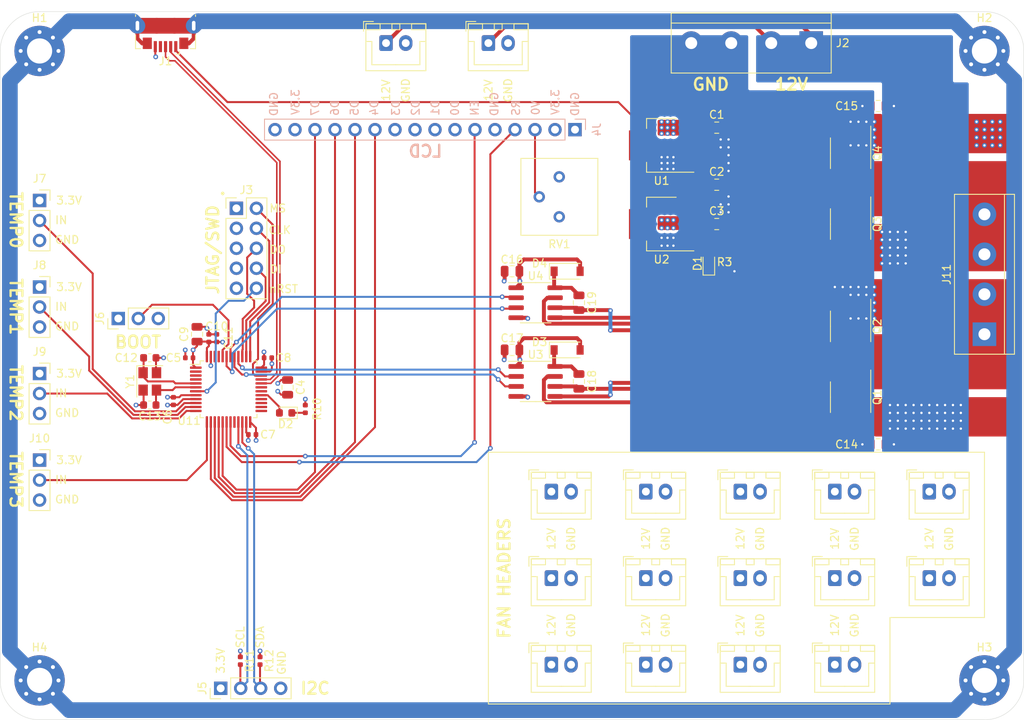
<source format=kicad_pcb>
(kicad_pcb (version 20171130) (host pcbnew "(5.1.5-131-g305ed0b65)-1")
  (layers (0 F.Cu signal) (1 In1.Cu power hide) (2 In2.Cu power hide) (31 B.Cu signal) (34 B.Paste user) (35 F.Paste user) (36 B.SilkS user) (37 F.SilkS user) (38 B.Mask user) (39 F.Mask user) (44 Edge.Cuts user))
  (net 0 "")
  (net 1 +12V)
  (net 2 GND)
  (net 3 +5V)
  (net 4 +3V3)
  (net 5 "Net-(C12-Pad2)")
  (net 6 "Net-(C13-Pad1)")
  (net 7 "Net-(D1-Pad1)")
  (net 8 "Net-(D2-Pad1)")
  (net 9 "Net-(D2-Pad2)")
  (net 10 Earth)
  (net 11 USB_D-)
  (net 12 "Net-(J1-Pad4)")
  (net 13 USB_D+)
  (net 14 JTAG_MS)
  (net 15 JTAG_CLK)
  (net 16 JTAG_DO)
  (net 17 "Net-(J3-Pad7)")
  (net 18 JTAG_DI)
  (net 19 nRST)
  (net 20 "Net-(J4-Pad3)")
  (net 21 LCD_RS)
  (net 22 LCD_EN)
  (net 23 LCD_D4)
  (net 24 LCD_D5)
  (net 25 LCD_D6)
  (net 26 LCD_D7)
  (net 27 I2C_SCL)
  (net 28 I2C_SDA)
  (net 29 BOOT)
  (net 30 TEMP0)
  (net 31 TEMP1)
  (net 32 TEMP2)
  (net 33 TEMP3)
  (net 34 "Net-(U11-Pad2)")
  (net 35 "Net-(U11-Pad3)")
  (net 36 "Net-(U11-Pad4)")
  (net 37 "Net-(U11-Pad20)")
  (net 38 "Net-(U11-Pad25)")
  (net 39 "Net-(U11-Pad26)")
  (net 40 "Net-(U11-Pad27)")
  (net 41 "Net-(U11-Pad28)")
  (net 42 "Net-(U11-Pad30)")
  (net 43 "Net-(U11-Pad31)")
  (net 44 "Net-(U11-Pad45)")
  (net 45 "Net-(U11-Pad46)")
  (net 46 "Net-(C18-Pad2)")
  (net 47 "Net-(C18-Pad1)")
  (net 48 "Net-(C19-Pad2)")
  (net 49 "Net-(C19-Pad1)")
  (net 50 "Net-(Q1-Pad4)")
  (net 51 "Net-(Q2-Pad4)")
  (net 52 "Net-(Q3-Pad4)")
  (net 53 "Net-(Q4-Pad4)")
  (net 54 HB1_SD)
  (net 55 HB1)
  (net 56 HB2)
  (net 57 HB2_SD)
  (module Package_SO:SOIC-8_3.9x4.9mm_P1.27mm (layer F.Cu) (at 182 95 270)
    (fp_text reference Q1 (at 0 -3.4 90) (layer F.SilkS))
    (fp_text value FDS6574A)
    (pad 8 smd roundrect (at 2.475 -1.905 270) (size 1.95 0.6) (layers F.Cu F.Paste F.Mask) (net 1 +12V))
    (pad 7 smd roundrect (at 2.475 -0.635 270) (size 1.95 0.6) (layers F.Cu F.Paste F.Mask) (net 1 +12V))
    (pad 6 smd roundrect (at 2.475 0.635 270) (size 1.95 0.6) (layers F.Cu F.Paste F.Mask) (net 1 +12V))
    (pad 5 smd roundrect (at 2.475 1.905 270) (size 1.95 0.6) (layers F.Cu F.Paste F.Mask) (net 1 +12V))
    (pad 4 smd roundrect (at -2.475 1.905 270) (size 1.95 0.6) (layers F.Cu F.Paste F.Mask) (net 50 "Net-(Q1-Pad4)"))
    (pad 3 smd roundrect (at -2.475 0.635 270) (size 1.95 0.6) (layers F.Cu F.Paste F.Mask) (net 46 "Net-(C18-Pad2)"))
    (pad 2 smd roundrect (at -2.475 -0.635 270) (size 1.95 0.6) (layers F.Cu F.Paste F.Mask) (net 46 "Net-(C18-Pad2)"))
    (pad 1 smd roundrect (at -2.475 -1.905 270) (size 1.95 0.6) (layers F.Cu F.Paste F.Mask) (net 46 "Net-(C18-Pad2)"))
  )
  (module Package_TO_SOT_SMD:SOT-223-3_TabPin2 (layer F.Cu) (at 158 63 180)
    (fp_text reference U1 (at 0 -4.5) (layer F.SilkS))
    (fp_text value AMS1117-5.0)
    (pad 2 smd rect (at 3.15 0 180) (size 2 3.8) (layers F.Cu F.Paste F.Mask) (net 3 +5V))
    (pad 2 smd rect (at -3.15 0 180) (size 2 1.5) (layers F.Cu F.Paste F.Mask) (net 3 +5V))
    (pad 3 smd rect (at -3.15 2.3 180) (size 2 1.5) (layers F.Cu F.Paste F.Mask) (net 1 +12V))
    (pad 1 smd rect (at -3.15 -2.3 180) (size 2 1.5) (layers F.Cu F.Paste F.Mask) (net 2 GND))
  )
  (module Package_TO_SOT_SMD:SOT-223-3_TabPin2 (layer F.Cu) (at 158 73 180)
    (fp_text reference U2 (at 0 -4.5) (layer F.SilkS))
    (fp_text value AMS1117-3.3)
    (pad 1 smd rect (at -3.15 -2.3 180) (size 2 1.5) (layers F.Cu F.Paste F.Mask) (net 2 GND))
    (pad 3 smd rect (at -3.15 2.3 180) (size 2 1.5) (layers F.Cu F.Paste F.Mask) (net 3 +5V))
    (pad 2 smd rect (at -3.15 0 180) (size 2 1.5) (layers F.Cu F.Paste F.Mask) (net 4 +3V3))
    (pad 2 smd rect (at 3.15 0 180) (size 2 3.8) (layers F.Cu F.Paste F.Mask) (net 4 +3V3))
  )
  (module LED_SMD:LED_0603_1608Metric (layer F.Cu) (at 110.25 97 180)
    (fp_text reference D2 (at 0 -1.43) (layer F.SilkS))
    (fp_text value STATUS_LED)
    (pad 1 smd roundrect (at -0.7875 0 180) (size 0.875 0.95) (layers F.Cu F.Paste F.Mask) (net 8 "Net-(D2-Pad1)"))
    (pad 2 smd roundrect (at 0.7875 0 180) (size 0.875 0.95) (layers F.Cu F.Paste F.Mask) (net 9 "Net-(D2-Pad2)"))
  )
  (module Resistor_SMD:R_0402_1005Metric (layer F.Cu) (at 112.75 96.5 90)
    (fp_text reference R10 (at 0 1.5 90) (layer F.SilkS))
    (fp_text value 100)
    (pad 2 smd roundrect (at 0.485 0 90) (size 0.59 0.64) (layers F.Cu F.Paste F.Mask) (net 2 GND))
    (pad 1 smd roundrect (at -0.485 0 90) (size 0.59 0.64) (layers F.Cu F.Paste F.Mask) (net 8 "Net-(D2-Pad1)"))
  )
  (module Capacitor_SMD:C_0805_2012Metric (layer F.Cu) (at 165 60.75)
    (fp_text reference C1 (at 0 -1.65) (layer F.SilkS))
    (fp_text value 10uF)
    (pad 1 smd roundrect (at -0.9375 0) (size 0.975 1.4) (layers F.Cu F.Paste F.Mask) (net 1 +12V))
    (pad 2 smd roundrect (at 0.9375 0) (size 0.975 1.4) (layers F.Cu F.Paste F.Mask) (net 2 GND))
  )
  (module Capacitor_SMD:C_0805_2012Metric (layer F.Cu) (at 165 68)
    (fp_text reference C2 (at 0 -1.65) (layer F.SilkS))
    (fp_text value 10uF)
    (pad 1 smd roundrect (at -0.9375 0) (size 0.975 1.4) (layers F.Cu F.Paste F.Mask) (net 3 +5V))
    (pad 2 smd roundrect (at 0.9375 0) (size 0.975 1.4) (layers F.Cu F.Paste F.Mask) (net 2 GND))
  )
  (module Capacitor_SMD:C_0805_2012Metric (layer F.Cu) (at 165 73)
    (fp_text reference C3 (at 0 -1.65) (layer F.SilkS))
    (fp_text value 10uF)
    (pad 2 smd roundrect (at 0.9375 0) (size 0.975 1.4) (layers F.Cu F.Paste F.Mask) (net 2 GND))
    (pad 1 smd roundrect (at -0.9375 0) (size 0.975 1.4) (layers F.Cu F.Paste F.Mask) (net 4 +3V3))
  )
  (module Capacitor_SMD:C_0805_2012Metric (layer F.Cu) (at 110.5 93.75 270)
    (fp_text reference C4 (at 0 -1.65 90) (layer F.SilkS))
    (fp_text value 4.7uF)
    (pad 1 smd roundrect (at -0.9375 0 270) (size 0.975 1.4) (layers F.Cu F.Paste F.Mask) (net 4 +3V3))
    (pad 2 smd roundrect (at 0.9375 0 270) (size 0.975 1.4) (layers F.Cu F.Paste F.Mask) (net 2 GND))
  )
  (module Capacitor_SMD:C_0402_1005Metric (layer F.Cu) (at 98 90 180)
    (fp_text reference C5 (at 2 0) (layer F.SilkS))
    (fp_text value 100nF)
    (pad 2 smd roundrect (at 0.485 0 180) (size 0.59 0.64) (layers F.Cu F.Paste F.Mask) (net 2 GND))
    (pad 1 smd roundrect (at -0.485 0 180) (size 0.59 0.64) (layers F.Cu F.Paste F.Mask) (net 4 +3V3))
  )
  (module Capacitor_SMD:C_0402_1005Metric (layer F.Cu) (at 96 95.5 90)
    (fp_text reference C6 (at -2 -0.75 90) (layer F.SilkS))
    (fp_text value 100nF)
    (pad 1 smd roundrect (at -0.485 0 90) (size 0.59 0.64) (layers F.Cu F.Paste F.Mask) (net 4 +3V3))
    (pad 2 smd roundrect (at 0.485 0 90) (size 0.59 0.64) (layers F.Cu F.Paste F.Mask) (net 2 GND))
  )
  (module Capacitor_SMD:C_0402_1005Metric (layer F.Cu) (at 106 99.75 180)
    (fp_text reference C7 (at -2 0) (layer F.SilkS))
    (fp_text value 100nF)
    (pad 2 smd roundrect (at 0.485 0 180) (size 0.59 0.64) (layers F.Cu F.Paste F.Mask) (net 2 GND))
    (pad 1 smd roundrect (at -0.485 0 180) (size 0.59 0.64) (layers F.Cu F.Paste F.Mask) (net 4 +3V3))
  )
  (module Capacitor_SMD:C_0402_1005Metric (layer F.Cu) (at 108 90)
    (fp_text reference C8 (at 2 0) (layer F.SilkS))
    (fp_text value 100nF)
    (pad 1 smd roundrect (at -0.485 0) (size 0.59 0.64) (layers F.Cu F.Paste F.Mask) (net 4 +3V3))
    (pad 2 smd roundrect (at 0.485 0) (size 0.59 0.64) (layers F.Cu F.Paste F.Mask) (net 2 GND))
  )
  (module Capacitor_SMD:C_0805_2012Metric (layer F.Cu) (at 99 87 90)
    (fp_text reference C9 (at 0 -1.65 90) (layer F.SilkS))
    (fp_text value 1uF)
    (pad 2 smd roundrect (at 0.9375 0 90) (size 0.975 1.4) (layers F.Cu F.Paste F.Mask) (net 2 GND))
    (pad 1 smd roundrect (at -0.9375 0 90) (size 0.975 1.4) (layers F.Cu F.Paste F.Mask) (net 4 +3V3))
  )
  (module Capacitor_SMD:C_0402_1005Metric (layer F.Cu) (at 100.5 87.5 90)
    (fp_text reference C10 (at 1.5 1 180) (layer F.SilkS))
    (fp_text value 100nF)
    (pad 2 smd roundrect (at 0.485 0 90) (size 0.59 0.64) (layers F.Cu F.Paste F.Mask) (net 2 GND))
    (pad 1 smd roundrect (at -0.485 0 90) (size 0.59 0.64) (layers F.Cu F.Paste F.Mask) (net 4 +3V3))
  )
  (module Capacitor_SMD:C_0402_1005Metric (layer F.Cu) (at 101.5 87.5 90)
    (fp_text reference C11 (at 0 1.5 270) (layer F.SilkS))
    (fp_text value 10nF)
    (pad 1 smd roundrect (at -0.485 0 90) (size 0.59 0.64) (layers F.Cu F.Paste F.Mask) (net 4 +3V3))
    (pad 2 smd roundrect (at 0.485 0 90) (size 0.59 0.64) (layers F.Cu F.Paste F.Mask) (net 2 GND))
  )
  (module Capacitor_SMD:C_0603_1608Metric (layer F.Cu) (at 93 90 180)
    (fp_text reference C12 (at 3 0) (layer F.SilkS))
    (fp_text value 30pF)
    (pad 2 smd roundrect (at 0.7875 0 180) (size 0.875 0.95) (layers F.Cu F.Paste F.Mask) (net 5 "Net-(C12-Pad2)"))
    (pad 1 smd roundrect (at -0.7875 0 180) (size 0.875 0.95) (layers F.Cu F.Paste F.Mask) (net 2 GND))
  )
  (module Capacitor_SMD:C_0603_1608Metric (layer F.Cu) (at 93 96 180)
    (fp_text reference C13 (at 0 -1.43) (layer F.SilkS))
    (fp_text value 30pF)
    (pad 1 smd roundrect (at -0.7875 0 180) (size 0.875 0.95) (layers F.Cu F.Paste F.Mask) (net 6 "Net-(C13-Pad1)"))
    (pad 2 smd roundrect (at 0.7875 0 180) (size 0.875 0.95) (layers F.Cu F.Paste F.Mask) (net 2 GND))
  )
  (module LED_SMD:LED_0603_1608Metric (layer F.Cu) (at 164 78 90)
    (fp_text reference D1 (at 0 -1.43 90) (layer F.SilkS))
    (fp_text value POWER_LED)
    (pad 2 smd roundrect (at 0.7875 0 90) (size 0.875 0.95) (layers F.Cu F.Paste F.Mask) (net 4 +3V3))
    (pad 1 smd roundrect (at -0.7875 0 90) (size 0.875 0.95) (layers F.Cu F.Paste F.Mask) (net 7 "Net-(D1-Pad1)"))
  )
  (module MountingHole:MountingHole_3.2mm_M3_Pad_Via (layer F.Cu) (at 79 51)
    (fp_text reference H1 (at 0 -4.2) (layer F.SilkS))
    (fp_text value ~)
    (pad 1 thru_hole circle (at 0 0) (size 6.4 6.4) (drill 3.2) (layers *.Cu *.Mask) (net 10 Earth))
    (pad 1 thru_hole circle (at 2.4 0) (size 0.8 0.8) (drill 0.5) (layers *.Cu *.Mask) (net 10 Earth))
    (pad 1 thru_hole circle (at 1.697056 1.697056) (size 0.8 0.8) (drill 0.5) (layers *.Cu *.Mask) (net 10 Earth))
    (pad 1 thru_hole circle (at 0 2.4) (size 0.8 0.8) (drill 0.5) (layers *.Cu *.Mask) (net 10 Earth))
    (pad 1 thru_hole circle (at -1.697056 1.697056) (size 0.8 0.8) (drill 0.5) (layers *.Cu *.Mask) (net 10 Earth))
    (pad 1 thru_hole circle (at -2.4 0) (size 0.8 0.8) (drill 0.5) (layers *.Cu *.Mask) (net 10 Earth))
    (pad 1 thru_hole circle (at -1.697056 -1.697056) (size 0.8 0.8) (drill 0.5) (layers *.Cu *.Mask) (net 10 Earth))
    (pad 1 thru_hole circle (at 0 -2.4) (size 0.8 0.8) (drill 0.5) (layers *.Cu *.Mask) (net 10 Earth))
    (pad 1 thru_hole circle (at 1.697056 -1.697056) (size 0.8 0.8) (drill 0.5) (layers *.Cu *.Mask) (net 10 Earth))
  )
  (module MountingHole:MountingHole_3.2mm_M3_Pad_Via (layer F.Cu) (at 199 51)
    (fp_text reference H2 (at 0 -4.2) (layer F.SilkS))
    (fp_text value ~)
    (pad 1 thru_hole circle (at 1.697056 -1.697056) (size 0.8 0.8) (drill 0.5) (layers *.Cu *.Mask) (net 10 Earth))
    (pad 1 thru_hole circle (at 0 -2.4) (size 0.8 0.8) (drill 0.5) (layers *.Cu *.Mask) (net 10 Earth))
    (pad 1 thru_hole circle (at -1.697056 -1.697056) (size 0.8 0.8) (drill 0.5) (layers *.Cu *.Mask) (net 10 Earth))
    (pad 1 thru_hole circle (at -2.4 0) (size 0.8 0.8) (drill 0.5) (layers *.Cu *.Mask) (net 10 Earth))
    (pad 1 thru_hole circle (at -1.697056 1.697056) (size 0.8 0.8) (drill 0.5) (layers *.Cu *.Mask) (net 10 Earth))
    (pad 1 thru_hole circle (at 0 2.4) (size 0.8 0.8) (drill 0.5) (layers *.Cu *.Mask) (net 10 Earth))
    (pad 1 thru_hole circle (at 1.697056 1.697056) (size 0.8 0.8) (drill 0.5) (layers *.Cu *.Mask) (net 10 Earth))
    (pad 1 thru_hole circle (at 2.4 0) (size 0.8 0.8) (drill 0.5) (layers *.Cu *.Mask) (net 10 Earth))
    (pad 1 thru_hole circle (at 0 0) (size 6.4 6.4) (drill 3.2) (layers *.Cu *.Mask) (net 10 Earth))
  )
  (module MountingHole:MountingHole_3.2mm_M3_Pad_Via (layer F.Cu) (at 199 131)
    (fp_text reference H3 (at 0 -4.2) (layer F.SilkS))
    (fp_text value ~)
    (pad 1 thru_hole circle (at 0 0) (size 6.4 6.4) (drill 3.2) (layers *.Cu *.Mask) (net 10 Earth))
    (pad 1 thru_hole circle (at 2.4 0) (size 0.8 0.8) (drill 0.5) (layers *.Cu *.Mask) (net 10 Earth))
    (pad 1 thru_hole circle (at 1.697056 1.697056) (size 0.8 0.8) (drill 0.5) (layers *.Cu *.Mask) (net 10 Earth))
    (pad 1 thru_hole circle (at 0 2.4) (size 0.8 0.8) (drill 0.5) (layers *.Cu *.Mask) (net 10 Earth))
    (pad 1 thru_hole circle (at -1.697056 1.697056) (size 0.8 0.8) (drill 0.5) (layers *.Cu *.Mask) (net 10 Earth))
    (pad 1 thru_hole circle (at -2.4 0) (size 0.8 0.8) (drill 0.5) (layers *.Cu *.Mask) (net 10 Earth))
    (pad 1 thru_hole circle (at -1.697056 -1.697056) (size 0.8 0.8) (drill 0.5) (layers *.Cu *.Mask) (net 10 Earth))
    (pad 1 thru_hole circle (at 0 -2.4) (size 0.8 0.8) (drill 0.5) (layers *.Cu *.Mask) (net 10 Earth))
    (pad 1 thru_hole circle (at 1.697056 -1.697056) (size 0.8 0.8) (drill 0.5) (layers *.Cu *.Mask) (net 10 Earth))
  )
  (module MountingHole:MountingHole_3.2mm_M3_Pad_Via (layer F.Cu) (at 79 131)
    (fp_text reference H4 (at 0 -4.2) (layer F.SilkS))
    (fp_text value ~)
    (pad 1 thru_hole circle (at 1.697056 -1.697056) (size 0.8 0.8) (drill 0.5) (layers *.Cu *.Mask) (net 10 Earth))
    (pad 1 thru_hole circle (at 0 -2.4) (size 0.8 0.8) (drill 0.5) (layers *.Cu *.Mask) (net 10 Earth))
    (pad 1 thru_hole circle (at -1.697056 -1.697056) (size 0.8 0.8) (drill 0.5) (layers *.Cu *.Mask) (net 10 Earth))
    (pad 1 thru_hole circle (at -2.4 0) (size 0.8 0.8) (drill 0.5) (layers *.Cu *.Mask) (net 10 Earth))
    (pad 1 thru_hole circle (at -1.697056 1.697056) (size 0.8 0.8) (drill 0.5) (layers *.Cu *.Mask) (net 10 Earth))
    (pad 1 thru_hole circle (at 0 2.4) (size 0.8 0.8) (drill 0.5) (layers *.Cu *.Mask) (net 10 Earth))
    (pad 1 thru_hole circle (at 1.697056 1.697056) (size 0.8 0.8) (drill 0.5) (layers *.Cu *.Mask) (net 10 Earth))
    (pad 1 thru_hole circle (at 2.4 0) (size 0.8 0.8) (drill 0.5) (layers *.Cu *.Mask) (net 10 Earth))
    (pad 1 thru_hole circle (at 0 0) (size 6.4 6.4) (drill 3.2) (layers *.Cu *.Mask) (net 10 Earth))
  )
  (module Connector_USB:USB_Micro-B_GCT_USB3076-30-A (layer F.Cu) (at 95 49 180)
    (fp_text reference J1 (at 0 -3.3) (layer F.SilkS))
    (fp_text value USB_B_Micro)
    (pad 6 smd rect (at 1.125 1.2 180) (size 1.75 1.9) (layers F.Cu F.Paste F.Mask) (net 10 Earth))
    (pad 2 smd rect (at -0.65 -1.45 180) (size 0.4 1.4) (layers F.Cu F.Paste F.Mask) (net 11 USB_D-))
    (pad 1 smd rect (at -1.3 -1.45 180) (size 0.4 1.4) (layers F.Cu F.Paste F.Mask) (net 3 +5V))
    (pad 5 smd rect (at 1.3 -1.45 180) (size 0.4 1.4) (layers F.Cu F.Paste F.Mask) (net 2 GND))
    (pad 4 smd rect (at 0.65 -1.45 180) (size 0.4 1.4) (layers F.Cu F.Paste F.Mask) (net 12 "Net-(J1-Pad4)"))
    (pad 3 smd rect (at 0 -1.45 180) (size 0.4 1.4) (layers F.Cu F.Paste F.Mask) (net 13 USB_D+))
    (pad 6 smd rect (at -1.125 1.2 180) (size 1.75 1.9) (layers F.Cu F.Paste F.Mask) (net 10 Earth))
    (pad 6 thru_hole oval (at -3.575 1.2) (size 1.05 1.9) (drill oval 0.45 1.25) (layers *.Cu *.Mask) (net 10 Earth))
    (pad 6 thru_hole oval (at 3.575 1.2 180) (size 1.05 1.9) (drill oval 0.45 1.25) (layers *.Cu *.Mask) (net 10 Earth))
    (pad 6 smd rect (at 2.32 -1.03 180) (size 1.15 1.45) (layers F.Cu F.Paste F.Mask) (net 10 Earth))
    (pad 6 smd rect (at -2.32 -1.03 180) (size 1.15 1.45) (layers F.Cu F.Paste F.Mask) (net 10 Earth))
  )
  (module TerminalBlock:TerminalBlock_bornier-4_P5.08mm (layer F.Cu) (at 177 50 180)
    (fp_text reference J2 (at -4 0) (layer F.SilkS))
    (fp_text value "4P Screw Terminal")
    (pad 2 thru_hole circle (at 5.08 0 180) (size 3 3) (drill 1.52) (layers *.Cu *.Mask) (net 1 +12V))
    (pad 3 thru_hole circle (at 10.16 0 180) (size 3 3) (drill 1.52) (layers *.Cu *.Mask) (net 2 GND))
    (pad 1 thru_hole rect (at 0 0 180) (size 3 3) (drill 1.52) (layers *.Cu *.Mask) (net 1 +12V))
    (pad 4 thru_hole circle (at 15.24 0 180) (size 3 3) (drill 1.52) (layers *.Cu *.Mask) (net 2 GND))
  )
  (module Connector_PinHeader_2.54mm:PinHeader_2x05_P2.54mm_Vertical (layer F.Cu) (at 104 71)
    (fp_text reference J3 (at 1.27 -2.33) (layer F.SilkS))
    (fp_text value "10P JTAG/SWD")
    (pad 1 thru_hole rect (at 0 0) (size 1.7 1.7) (drill 1) (layers *.Cu *.Mask) (net 4 +3V3))
    (pad 2 thru_hole oval (at 2.54 0) (size 1.7 1.7) (drill 1) (layers *.Cu *.Mask) (net 14 JTAG_MS))
    (pad 3 thru_hole oval (at 0 2.54) (size 1.7 1.7) (drill 1) (layers *.Cu *.Mask) (net 2 GND))
    (pad 4 thru_hole oval (at 2.54 2.54) (size 1.7 1.7) (drill 1) (layers *.Cu *.Mask) (net 15 JTAG_CLK))
    (pad 5 thru_hole oval (at 0 5.08) (size 1.7 1.7) (drill 1) (layers *.Cu *.Mask) (net 2 GND))
    (pad 6 thru_hole oval (at 2.54 5.08) (size 1.7 1.7) (drill 1) (layers *.Cu *.Mask) (net 16 JTAG_DO))
    (pad 7 thru_hole oval (at 0 7.62) (size 1.7 1.7) (drill 1) (layers *.Cu *.Mask) (net 17 "Net-(J3-Pad7)"))
    (pad 8 thru_hole oval (at 2.54 7.62) (size 1.7 1.7) (drill 1) (layers *.Cu *.Mask) (net 18 JTAG_DI))
    (pad 9 thru_hole oval (at 0 10.16) (size 1.7 1.7) (drill 1) (layers *.Cu *.Mask) (net 2 GND))
    (pad 10 thru_hole oval (at 2.54 10.16) (size 1.7 1.7) (drill 1) (layers *.Cu *.Mask) (net 19 nRST))
  )
  (module Connector_PinHeader_2.54mm:PinHeader_1x04_P2.54mm_Vertical (layer F.Cu) (at 102 132 90)
    (fp_text reference J5 (at 0 -2.33 90) (layer F.SilkS))
    (fp_text value I2C)
    (pad 1 thru_hole rect (at 0 0 90) (size 1.7 1.7) (drill 1) (layers *.Cu *.Mask) (net 4 +3V3))
    (pad 2 thru_hole oval (at 0 2.54 90) (size 1.7 1.7) (drill 1) (layers *.Cu *.Mask) (net 27 I2C_SCL))
    (pad 3 thru_hole oval (at 0 5.08 90) (size 1.7 1.7) (drill 1) (layers *.Cu *.Mask) (net 28 I2C_SDA))
    (pad 4 thru_hole oval (at 0 7.62 90) (size 1.7 1.7) (drill 1) (layers *.Cu *.Mask) (net 2 GND))
  )
  (module Connector_PinHeader_2.54mm:PinHeader_1x03_P2.54mm_Vertical (layer F.Cu) (at 89 85 90)
    (fp_text reference J6 (at 0 -2.33 90) (layer F.SilkS))
    (fp_text value BOOT_SEL)
    (pad 1 thru_hole rect (at 0 0 90) (size 1.7 1.7) (drill 1) (layers *.Cu *.Mask) (net 4 +3V3))
    (pad 2 thru_hole oval (at 0 2.54 90) (size 1.7 1.7) (drill 1) (layers *.Cu *.Mask) (net 29 BOOT))
    (pad 3 thru_hole oval (at 0 5.08 90) (size 1.7 1.7) (drill 1) (layers *.Cu *.Mask) (net 2 GND))
  )
  (module Connector_PinSocket_2.54mm:PinSocket_1x03_P2.54mm_Vertical (layer F.Cu) (at 79 70)
    (fp_text reference J7 (at 0 -2.77) (layer F.SilkS))
    (fp_text value TEMP0)
    (pad 1 thru_hole rect (at 0 0) (size 1.7 1.7) (drill 1) (layers *.Cu *.Mask) (net 4 +3V3))
    (pad 2 thru_hole oval (at 0 2.54) (size 1.7 1.7) (drill 1) (layers *.Cu *.Mask) (net 30 TEMP0))
    (pad 3 thru_hole oval (at 0 5.08) (size 1.7 1.7) (drill 1) (layers *.Cu *.Mask) (net 2 GND))
  )
  (module Connector_PinSocket_2.54mm:PinSocket_1x03_P2.54mm_Vertical (layer F.Cu) (at 79 81)
    (fp_text reference J8 (at 0 -2.77) (layer F.SilkS))
    (fp_text value TEMP1)
    (pad 3 thru_hole oval (at 0 5.08) (size 1.7 1.7) (drill 1) (layers *.Cu *.Mask) (net 2 GND))
    (pad 2 thru_hole oval (at 0 2.54) (size 1.7 1.7) (drill 1) (layers *.Cu *.Mask) (net 31 TEMP1))
    (pad 1 thru_hole rect (at 0 0) (size 1.7 1.7) (drill 1) (layers *.Cu *.Mask) (net 4 +3V3))
  )
  (module Connector_PinSocket_2.54mm:PinSocket_1x03_P2.54mm_Vertical (layer F.Cu) (at 79 92)
    (fp_text reference J9 (at 0 -2.77) (layer F.SilkS))
    (fp_text value TEMP2)
    (pad 1 thru_hole rect (at 0 0) (size 1.7 1.7) (drill 1) (layers *.Cu *.Mask) (net 4 +3V3))
    (pad 2 thru_hole oval (at 0 2.54) (size 1.7 1.7) (drill 1) (layers *.Cu *.Mask) (net 32 TEMP2))
    (pad 3 thru_hole oval (at 0 5.08) (size 1.7 1.7) (drill 1) (layers *.Cu *.Mask) (net 2 GND))
  )
  (module Connector_PinSocket_2.54mm:PinSocket_1x03_P2.54mm_Vertical (layer F.Cu) (at 79 103)
    (fp_text reference J10 (at 0 -2.77) (layer F.SilkS))
    (fp_text value TEMP3)
    (pad 3 thru_hole oval (at 0 5.08) (size 1.7 1.7) (drill 1) (layers *.Cu *.Mask) (net 2 GND))
    (pad 2 thru_hole oval (at 0 2.54) (size 1.7 1.7) (drill 1) (layers *.Cu *.Mask) (net 33 TEMP3))
    (pad 1 thru_hole rect (at 0 0) (size 1.7 1.7) (drill 1) (layers *.Cu *.Mask) (net 4 +3V3))
  )
  (module Connector_JST:JST_XH_B2B-XH-A_1x02_P2.50mm_Vertical (layer F.Cu) (at 123 50)
    (fp_text reference J13 hide)
    (fp_text value XH2.54)
    (pad 2 thru_hole oval (at 2.5 0) (size 1.7 2) (drill 1) (layers *.Cu *.Mask) (net 2 GND))
    (pad 1 thru_hole roundrect (at 0 0) (size 1.7 2) (drill 1) (layers *.Cu *.Mask) (roundrect_rratio 0.147059) (net 1 +12V))
  )
  (module Connector_JST:JST_XH_B2B-XH-A_1x02_P2.50mm_Vertical (layer F.Cu) (at 136 50)
    (fp_text reference J14 hide)
    (fp_text value XH2.54)
    (pad 1 thru_hole roundrect (at 0 0) (size 1.7 2) (drill 1) (layers *.Cu *.Mask) (roundrect_rratio 0.147059) (net 1 +12V))
    (pad 2 thru_hole oval (at 2.5 0) (size 1.7 2) (drill 1) (layers *.Cu *.Mask) (net 2 GND))
  )
  (module Connector_JST:JST_XH_B2B-XH-A_1x02_P2.50mm_Vertical (layer F.Cu) (at 144 107)
    (fp_text reference J15 hide)
    (fp_text value XH2.54)
    (pad 1 thru_hole roundrect (at 0 0) (size 1.7 2) (drill 1) (layers *.Cu *.Mask) (roundrect_rratio 0.147059) (net 1 +12V))
    (pad 2 thru_hole oval (at 2.5 0) (size 1.7 2) (drill 1) (layers *.Cu *.Mask) (net 2 GND))
  )
  (module Connector_JST:JST_XH_B2B-XH-A_1x02_P2.50mm_Vertical (layer F.Cu) (at 156 107)
    (fp_text reference J16 hide)
    (fp_text value XH2.54)
    (pad 2 thru_hole oval (at 2.5 0) (size 1.7 2) (drill 1) (layers *.Cu *.Mask) (net 2 GND))
    (pad 1 thru_hole roundrect (at 0 0) (size 1.7 2) (drill 1) (layers *.Cu *.Mask) (roundrect_rratio 0.147059) (net 1 +12V))
  )
  (module Connector_JST:JST_XH_B2B-XH-A_1x02_P2.50mm_Vertical (layer F.Cu) (at 168 107)
    (fp_text reference J17 hide)
    (fp_text value XH2.54)
    (pad 1 thru_hole roundrect (at 0 0) (size 1.7 2) (drill 1) (layers *.Cu *.Mask) (roundrect_rratio 0.147059) (net 1 +12V))
    (pad 2 thru_hole oval (at 2.5 0) (size 1.7 2) (drill 1) (layers *.Cu *.Mask) (net 2 GND))
  )
  (module Connector_JST:JST_XH_B2B-XH-A_1x02_P2.50mm_Vertical (layer F.Cu) (at 180 107)
    (fp_text reference J18 hide)
    (fp_text value XH2.54)
    (pad 2 thru_hole oval (at 2.5 0) (size 1.7 2) (drill 1) (layers *.Cu *.Mask) (net 2 GND))
    (pad 1 thru_hole roundrect (at 0 0) (size 1.7 2) (drill 1) (layers *.Cu *.Mask) (roundrect_rratio 0.147059) (net 1 +12V))
  )
  (module Connector_JST:JST_XH_B2B-XH-A_1x02_P2.50mm_Vertical (layer F.Cu) (at 192 107)
    (fp_text reference J19 hide)
    (fp_text value XH2.54)
    (pad 1 thru_hole roundrect (at 0 0) (size 1.7 2) (drill 1) (layers *.Cu *.Mask) (roundrect_rratio 0.147059) (net 1 +12V))
    (pad 2 thru_hole oval (at 2.5 0) (size 1.7 2) (drill 1) (layers *.Cu *.Mask) (net 2 GND))
  )
  (module Connector_JST:JST_XH_B2B-XH-A_1x02_P2.50mm_Vertical (layer F.Cu) (at 144 118)
    (fp_text reference J20 hide)
    (fp_text value XH2.54)
    (pad 2 thru_hole oval (at 2.5 0) (size 1.7 2) (drill 1) (layers *.Cu *.Mask) (net 2 GND))
    (pad 1 thru_hole roundrect (at 0 0) (size 1.7 2) (drill 1) (layers *.Cu *.Mask) (roundrect_rratio 0.147059) (net 1 +12V))
  )
  (module Connector_JST:JST_XH_B2B-XH-A_1x02_P2.50mm_Vertical (layer F.Cu) (at 156 118)
    (fp_text reference J21 hide)
    (fp_text value XH2.54)
    (pad 1 thru_hole roundrect (at 0 0) (size 1.7 2) (drill 1) (layers *.Cu *.Mask) (roundrect_rratio 0.147059) (net 1 +12V))
    (pad 2 thru_hole oval (at 2.5 0) (size 1.7 2) (drill 1) (layers *.Cu *.Mask) (net 2 GND))
  )
  (module Connector_JST:JST_XH_B2B-XH-A_1x02_P2.50mm_Vertical (layer F.Cu) (at 168 118)
    (fp_text reference J22 hide)
    (fp_text value XH2.54)
    (pad 2 thru_hole oval (at 2.5 0) (size 1.7 2) (drill 1) (layers *.Cu *.Mask) (net 2 GND))
    (pad 1 thru_hole roundrect (at 0 0) (size 1.7 2) (drill 1) (layers *.Cu *.Mask) (roundrect_rratio 0.147059) (net 1 +12V))
  )
  (module Connector_JST:JST_XH_B2B-XH-A_1x02_P2.50mm_Vertical (layer F.Cu) (at 180 118)
    (fp_text reference J23 hide)
    (fp_text value XH2.54)
    (pad 1 thru_hole roundrect (at 0 0) (size 1.7 2) (drill 1) (layers *.Cu *.Mask) (roundrect_rratio 0.147059) (net 1 +12V))
    (pad 2 thru_hole oval (at 2.5 0) (size 1.7 2) (drill 1) (layers *.Cu *.Mask) (net 2 GND))
  )
  (module Connector_JST:JST_XH_B2B-XH-A_1x02_P2.50mm_Vertical (layer F.Cu) (at 192 118)
    (fp_text reference J24 hide)
    (fp_text value XH2.54)
    (pad 2 thru_hole oval (at 2.5 0) (size 1.7 2) (drill 1) (layers *.Cu *.Mask) (net 2 GND))
    (pad 1 thru_hole roundrect (at 0 0) (size 1.7 2) (drill 1) (layers *.Cu *.Mask) (roundrect_rratio 0.147059) (net 1 +12V))
  )
  (module Connector_JST:JST_XH_B2B-XH-A_1x02_P2.50mm_Vertical (layer F.Cu) (at 144 129)
    (fp_text reference J25 hide)
    (fp_text value XH2.54)
    (pad 1 thru_hole roundrect (at 0 0) (size 1.7 2) (drill 1) (layers *.Cu *.Mask) (roundrect_rratio 0.147059) (net 1 +12V))
    (pad 2 thru_hole oval (at 2.5 0) (size 1.7 2) (drill 1) (layers *.Cu *.Mask) (net 2 GND))
  )
  (module Connector_JST:JST_XH_B2B-XH-A_1x02_P2.50mm_Vertical (layer F.Cu) (at 156 129)
    (fp_text reference J26 hide)
    (fp_text value XH2.54)
    (pad 2 thru_hole oval (at 2.5 0) (size 1.7 2) (drill 1) (layers *.Cu *.Mask) (net 2 GND))
    (pad 1 thru_hole roundrect (at 0 0) (size 1.7 2) (drill 1) (layers *.Cu *.Mask) (roundrect_rratio 0.147059) (net 1 +12V))
  )
  (module Connector_JST:JST_XH_B2B-XH-A_1x02_P2.50mm_Vertical (layer F.Cu) (at 168 129)
    (fp_text reference J27 hide)
    (fp_text value XH2.54)
    (pad 1 thru_hole roundrect (at 0 0) (size 1.7 2) (drill 1) (layers *.Cu *.Mask) (roundrect_rratio 0.147059) (net 1 +12V))
    (pad 2 thru_hole oval (at 2.5 0) (size 1.7 2) (drill 1) (layers *.Cu *.Mask) (net 2 GND))
  )
  (module Connector_JST:JST_XH_B2B-XH-A_1x02_P2.50mm_Vertical (layer F.Cu) (at 180 129)
    (fp_text reference J12 hide)
    (fp_text value XH2.54)
    (pad 2 thru_hole oval (at 2.5 0) (size 1.7 2) (drill 1) (layers *.Cu *.Mask) (net 2 GND))
    (pad 1 thru_hole roundrect (at 0 0) (size 1.7 2) (drill 1) (layers *.Cu *.Mask) (roundrect_rratio 0.147059) (net 1 +12V))
  )
  (module Resistor_SMD:R_0402_1005Metric (layer F.Cu) (at 166 79)
    (fp_text reference R3 (at 0 -1.17) (layer F.SilkS))
    (fp_text value 100)
    (pad 1 smd roundrect (at -0.485 0) (size 0.59 0.64) (layers F.Cu F.Paste F.Mask) (net 7 "Net-(D1-Pad1)"))
    (pad 2 smd roundrect (at 0.485 0) (size 0.59 0.64) (layers F.Cu F.Paste F.Mask) (net 2 GND))
  )
  (module Resistor_SMD:R_0402_1005Metric (layer F.Cu) (at 104.5 128.5 270)
    (fp_text reference R11 (at 0 -1.17 90) (layer F.SilkS))
    (fp_text value 2.2K)
    (pad 2 smd roundrect (at 0.485 0 270) (size 0.59 0.64) (layers F.Cu F.Paste F.Mask) (net 27 I2C_SCL))
    (pad 1 smd roundrect (at -0.485 0 270) (size 0.59 0.64) (layers F.Cu F.Paste F.Mask) (net 4 +3V3))
  )
  (module Resistor_SMD:R_0402_1005Metric (layer F.Cu) (at 107 128.5 270)
    (fp_text reference R12 (at 0 -1.17 90) (layer F.SilkS))
    (fp_text value 2.2K)
    (pad 1 smd roundrect (at -0.485 0 270) (size 0.59 0.64) (layers F.Cu F.Paste F.Mask) (net 4 +3V3))
    (pad 2 smd roundrect (at 0.485 0 270) (size 0.59 0.64) (layers F.Cu F.Paste F.Mask) (net 28 I2C_SDA))
  )
  (module Potentiometer_THT:Potentiometer_Bourns_3386P_Vertical (layer F.Cu) (at 145 67 180)
    (fp_text reference RV1 (at -0.015 -8.555) (layer F.SilkS))
    (fp_text value 10K)
    (pad 3 thru_hole circle (at 0 -5.08 180) (size 1.44 1.44) (drill 0.8) (layers *.Cu *.Mask) (net 2 GND))
    (pad 2 thru_hole circle (at 2.54 -2.54 180) (size 1.44 1.44) (drill 0.8) (layers *.Cu *.Mask) (net 20 "Net-(J4-Pad3)"))
    (pad 1 thru_hole circle (at 0 0 180) (size 1.44 1.44) (drill 0.8) (layers *.Cu *.Mask) (net 4 +3V3))
  )
  (module Package_QFP:LQFP-48_7x7mm_P0.5mm (layer F.Cu) (at 103 94)
    (fp_text reference U11 (at -5 4) (layer F.SilkS))
    (fp_text value STM32F103C8T6)
    (pad 1 smd roundrect (at -4.1625 -2.75) (size 1.475 0.3) (layers F.Cu F.Paste F.Mask) (net 4 +3V3))
    (pad 2 smd roundrect (at -4.1625 -2.25) (size 1.475 0.3) (layers F.Cu F.Paste F.Mask) (net 34 "Net-(U11-Pad2)"))
    (pad 3 smd roundrect (at -4.1625 -1.75) (size 1.475 0.3) (layers F.Cu F.Paste F.Mask) (net 35 "Net-(U11-Pad3)"))
    (pad 4 smd roundrect (at -4.1625 -1.25) (size 1.475 0.3) (layers F.Cu F.Paste F.Mask) (net 36 "Net-(U11-Pad4)"))
    (pad 5 smd roundrect (at -4.1625 -0.75) (size 1.475 0.3) (layers F.Cu F.Paste F.Mask) (net 5 "Net-(C12-Pad2)"))
    (pad 6 smd roundrect (at -4.1625 -0.25) (size 1.475 0.3) (layers F.Cu F.Paste F.Mask) (net 6 "Net-(C13-Pad1)"))
    (pad 7 smd roundrect (at -4.1625 0.25) (size 1.475 0.3) (layers F.Cu F.Paste F.Mask) (net 19 nRST))
    (pad 8 smd roundrect (at -4.1625 0.75) (size 1.475 0.3) (layers F.Cu F.Paste F.Mask) (net 2 GND))
    (pad 9 smd roundrect (at -4.1625 1.25) (size 1.475 0.3) (layers F.Cu F.Paste F.Mask) (net 4 +3V3))
    (pad 10 smd roundrect (at -4.1625 1.75) (size 1.475 0.3) (layers F.Cu F.Paste F.Mask) (net 30 TEMP0))
    (pad 11 smd roundrect (at -4.1625 2.25) (size 1.475 0.3) (layers F.Cu F.Paste F.Mask) (net 31 TEMP1))
    (pad 12 smd roundrect (at -4.1625 2.75) (size 1.475 0.3) (layers F.Cu F.Paste F.Mask) (net 32 TEMP2))
    (pad 13 smd roundrect (at -2.75 4.1625) (size 0.3 1.475) (layers F.Cu F.Paste F.Mask) (net 33 TEMP3))
    (pad 14 smd roundrect (at -2.25 4.1625) (size 0.3 1.475) (layers F.Cu F.Paste F.Mask) (net 23 LCD_D4))
    (pad 15 smd roundrect (at -1.75 4.1625) (size 0.3 1.475) (layers F.Cu F.Paste F.Mask) (net 24 LCD_D5))
    (pad 16 smd roundrect (at -1.25 4.1625) (size 0.3 1.475) (layers F.Cu F.Paste F.Mask) (net 25 LCD_D6))
    (pad 17 smd roundrect (at -0.75 4.1625) (size 0.3 1.475) (layers F.Cu F.Paste F.Mask) (net 26 LCD_D7))
    (pad 18 smd roundrect (at -0.25 4.1625) (size 0.3 1.475) (layers F.Cu F.Paste F.Mask) (net 21 LCD_RS))
    (pad 19 smd roundrect (at 0.25 4.1625) (size 0.3 1.475) (layers F.Cu F.Paste F.Mask) (net 22 LCD_EN))
    (pad 20 smd roundrect (at 0.75 4.1625) (size 0.3 1.475) (layers F.Cu F.Paste F.Mask) (net 37 "Net-(U11-Pad20)"))
    (pad 21 smd roundrect (at 1.25 4.1625) (size 0.3 1.475) (layers F.Cu F.Paste F.Mask) (net 27 I2C_SCL))
    (pad 22 smd roundrect (at 1.75 4.1625) (size 0.3 1.475) (layers F.Cu F.Paste F.Mask) (net 28 I2C_SDA))
    (pad 23 smd roundrect (at 2.25 4.1625) (size 0.3 1.475) (layers F.Cu F.Paste F.Mask) (net 2 GND))
    (pad 24 smd roundrect (at 2.75 4.1625) (size 0.3 1.475) (layers F.Cu F.Paste F.Mask) (net 4 +3V3))
    (pad 25 smd roundrect (at 4.1625 2.75) (size 1.475 0.3) (layers F.Cu F.Paste F.Mask) (net 38 "Net-(U11-Pad25)"))
    (pad 26 smd roundrect (at 4.1625 2.25) (size 1.475 0.3) (layers F.Cu F.Paste F.Mask) (net 39 "Net-(U11-Pad26)"))
    (pad 27 smd roundrect (at 4.1625 1.75) (size 1.475 0.3) (layers F.Cu F.Paste F.Mask) (net 40 "Net-(U11-Pad27)"))
    (pad 28 smd roundrect (at 4.1625 1.25) (size 1.475 0.3) (layers F.Cu F.Paste F.Mask) (net 41 "Net-(U11-Pad28)"))
    (pad 29 smd roundrect (at 4.1625 0.75) (size 1.475 0.3) (layers F.Cu F.Paste F.Mask) (net 9 "Net-(D2-Pad2)"))
    (pad 30 smd roundrect (at 4.1625 0.25) (size 1.475 0.3) (layers F.Cu F.Paste F.Mask) (net 42 "Net-(U11-Pad30)"))
    (pad 31 smd roundrect (at 4.1625 -0.25) (size 1.475 0.3) (layers F.Cu F.Paste F.Mask) (net 43 "Net-(U11-Pad31)"))
    (pad 32 smd roundrect (at 4.1625 -0.75) (size 1.475 0.3) (layers F.Cu F.Paste F.Mask) (net 11 USB_D-))
    (pad 33 smd roundrect (at 4.1625 -1.25) (size 1.475 0.3) (layers F.Cu F.Paste F.Mask) (net 13 USB_D+))
    (pad 34 smd roundrect (at 4.1625 -1.75) (size 1.475 0.3) (layers F.Cu F.Paste F.Mask) (net 14 JTAG_MS))
    (pad 35 smd roundrect (at 4.1625 -2.25) (size 1.475 0.3) (layers F.Cu F.Paste F.Mask) (net 2 GND))
    (pad 36 smd roundrect (at 4.1625 -2.75) (size 1.475 0.3) (layers F.Cu F.Paste F.Mask) (net 4 +3V3))
    (pad 37 smd roundrect (at 2.75 -4.1625) (size 0.3 1.475) (layers F.Cu F.Paste F.Mask) (net 15 JTAG_CLK))
    (pad 38 smd roundrect (at 2.25 -4.1625) (size 0.3 1.475) (layers F.Cu F.Paste F.Mask) (net 18 JTAG_DI))
    (pad 39 smd roundrect (at 1.75 -4.1625) (size 0.3 1.475) (layers F.Cu F.Paste F.Mask) (net 16 JTAG_DO))
    (pad 40 smd roundrect (at 1.25 -4.1625) (size 0.3 1.475) (layers F.Cu F.Paste F.Mask) (net 55 HB1))
    (pad 41 smd roundrect (at 0.75 -4.1625) (size 0.3 1.475) (layers F.Cu F.Paste F.Mask) (net 54 HB1_SD))
    (pad 42 smd roundrect (at 0.25 -4.1625) (size 0.3 1.475) (layers F.Cu F.Paste F.Mask) (net 56 HB2))
    (pad 43 smd roundrect (at -0.25 -4.1625) (size 0.3 1.475) (layers F.Cu F.Paste F.Mask) (net 57 HB2_SD))
    (pad 44 smd roundrect (at -0.75 -4.1625) (size 0.3 1.475) (layers F.Cu F.Paste F.Mask) (net 29 BOOT))
    (pad 45 smd roundrect (at -1.25 -4.1625) (size 0.3 1.475) (layers F.Cu F.Paste F.Mask) (net 44 "Net-(U11-Pad45)"))
    (pad 46 smd roundrect (at -1.75 -4.1625) (size 0.3 1.475) (layers F.Cu F.Paste F.Mask) (net 45 "Net-(U11-Pad46)"))
    (pad 47 smd roundrect (at -2.25 -4.1625) (size 0.3 1.475) (layers F.Cu F.Paste F.Mask) (net 2 GND))
    (pad 48 smd roundrect (at -2.75 -4.1625) (size 0.3 1.475) (layers F.Cu F.Paste F.Mask) (net 4 +3V3))
  )
  (module Crystal:Crystal_SMD_3225-4Pin_3.2x2.5mm (layer F.Cu) (at 93 93 270)
    (fp_text reference Y1 (at 0 2.5 90) (layer F.SilkS))
    (fp_text value 16MHz)
    (pad 1 smd rect (at -1.1 0.85 270) (size 1.4 1.2) (layers F.Cu F.Paste F.Mask) (net 5 "Net-(C12-Pad2)"))
    (pad 2 smd rect (at 1.1 0.85 270) (size 1.4 1.2) (layers F.Cu F.Paste F.Mask) (net 2 GND))
    (pad 3 smd rect (at 1.1 -0.85 270) (size 1.4 1.2) (layers F.Cu F.Paste F.Mask) (net 6 "Net-(C13-Pad1)"))
    (pad 4 smd rect (at -1.1 -0.85 270) (size 1.4 1.2) (layers F.Cu F.Paste F.Mask) (net 2 GND))
  )
  (module Connector_PinSocket_2.54mm:PinSocket_1x16_P2.54mm_Vertical (layer B.Cu) (at 147 61 90)
    (fp_text reference J4 (at 0 2.77 -90) (layer B.SilkS) (effects (justify mirror)))
    (fp_text value LCD)
    (pad 1 thru_hole rect (at 0 0 90) (size 1.7 1.7) (drill 1) (layers *.Cu *.Mask) (net 2 GND))
    (pad 2 thru_hole oval (at 0 -2.54 90) (size 1.7 1.7) (drill 1) (layers *.Cu *.Mask) (net 4 +3V3))
    (pad 3 thru_hole oval (at 0 -5.08 90) (size 1.7 1.7) (drill 1) (layers *.Cu *.Mask) (net 20 "Net-(J4-Pad3)"))
    (pad 4 thru_hole oval (at 0 -7.62 90) (size 1.7 1.7) (drill 1) (layers *.Cu *.Mask) (net 21 LCD_RS))
    (pad 5 thru_hole oval (at 0 -10.16 90) (size 1.7 1.7) (drill 1) (layers *.Cu *.Mask) (net 2 GND))
    (pad 6 thru_hole oval (at 0 -12.7 90) (size 1.7 1.7) (drill 1) (layers *.Cu *.Mask) (net 22 LCD_EN))
    (pad 7 thru_hole oval (at 0 -15.24 90) (size 1.7 1.7) (drill 1) (layers *.Cu *.Mask) (net 2 GND))
    (pad 8 thru_hole oval (at 0 -17.78 90) (size 1.7 1.7) (drill 1) (layers *.Cu *.Mask) (net 2 GND))
    (pad 9 thru_hole oval (at 0 -20.32 90) (size 1.7 1.7) (drill 1) (layers *.Cu *.Mask) (net 2 GND))
    (pad 10 thru_hole oval (at 0 -22.86 90) (size 1.7 1.7) (drill 1) (layers *.Cu *.Mask) (net 2 GND))
    (pad 11 thru_hole oval (at 0 -25.4 90) (size 1.7 1.7) (drill 1) (layers *.Cu *.Mask) (net 23 LCD_D4))
    (pad 12 thru_hole oval (at 0 -27.94 90) (size 1.7 1.7) (drill 1) (layers *.Cu *.Mask) (net 24 LCD_D5))
    (pad 13 thru_hole oval (at 0 -30.48 90) (size 1.7 1.7) (drill 1) (layers *.Cu *.Mask) (net 25 LCD_D6))
    (pad 14 thru_hole oval (at 0 -33.02 90) (size 1.7 1.7) (drill 1) (layers *.Cu *.Mask) (net 26 LCD_D7))
    (pad 15 thru_hole oval (at 0 -35.56 90) (size 1.7 1.7) (drill 1) (layers *.Cu *.Mask) (net 4 +3V3))
    (pad 16 thru_hole oval (at 0 -38.1 90) (size 1.7 1.7) (drill 1) (layers *.Cu *.Mask) (net 2 GND))
  )
  (module Capacitor_SMD:C_0805_2012Metric (layer F.Cu) (at 185.5 101 180)
    (fp_text reference C14 (at 4 0) (layer F.SilkS))
    (fp_text value 10uF)
    (pad 2 smd roundrect (at 0.9375 0 180) (size 0.975 1.4) (layers F.Cu F.Paste F.Mask) (net 2 GND))
    (pad 1 smd roundrect (at -0.9375 0 180) (size 0.975 1.4) (layers F.Cu F.Paste F.Mask) (net 1 +12V))
  )
  (module Capacitor_SMD:C_0805_2012Metric (layer F.Cu) (at 185.5 58 180)
    (fp_text reference C15 (at 4 0) (layer F.SilkS))
    (fp_text value 10uF)
    (pad 1 smd roundrect (at -0.9375 0 180) (size 0.975 1.4) (layers F.Cu F.Paste F.Mask) (net 1 +12V))
    (pad 2 smd roundrect (at 0.9375 0 180) (size 0.975 1.4) (layers F.Cu F.Paste F.Mask) (net 2 GND))
  )
  (module Capacitor_SMD:C_0805_2012Metric (layer F.Cu) (at 139 79 180)
    (fp_text reference C16 (at 0 1.5) (layer F.SilkS))
    (fp_text value 10uF)
    (pad 1 smd roundrect (at -0.9375 0 180) (size 0.975 1.4) (layers F.Cu F.Paste F.Mask) (net 4 +3V3))
    (pad 2 smd roundrect (at 0.9375 0 180) (size 0.975 1.4) (layers F.Cu F.Paste F.Mask) (net 2 GND))
  )
  (module Capacitor_SMD:C_0805_2012Metric (layer F.Cu) (at 139 89 180)
    (fp_text reference C17 (at 0 1.5) (layer F.SilkS))
    (fp_text value 10uF)
    (pad 1 smd roundrect (at -0.9375 0 180) (size 0.975 1.4) (layers F.Cu F.Paste F.Mask) (net 4 +3V3))
    (pad 2 smd roundrect (at 0.9375 0 180) (size 0.975 1.4) (layers F.Cu F.Paste F.Mask) (net 2 GND))
  )
  (module Capacitor_SMD:C_0805_2012Metric (layer F.Cu) (at 147.5 93 270)
    (fp_text reference C18 (at 0 -1.65 90) (layer F.SilkS))
    (fp_text value 1uF)
    (pad 2 smd roundrect (at 0.9375 0 270) (size 0.975 1.4) (layers F.Cu F.Paste F.Mask) (net 46 "Net-(C18-Pad2)"))
    (pad 1 smd roundrect (at -0.9375 0 270) (size 0.975 1.4) (layers F.Cu F.Paste F.Mask) (net 47 "Net-(C18-Pad1)"))
  )
  (module Capacitor_SMD:C_0805_2012Metric (layer F.Cu) (at 147.5 83 270)
    (fp_text reference C19 (at 0 -1.65 90) (layer F.SilkS))
    (fp_text value 1uF)
    (pad 2 smd roundrect (at 0.9375 0 270) (size 0.975 1.4) (layers F.Cu F.Paste F.Mask) (net 48 "Net-(C19-Pad2)"))
    (pad 1 smd roundrect (at -0.9375 0 270) (size 0.975 1.4) (layers F.Cu F.Paste F.Mask) (net 49 "Net-(C19-Pad1)"))
  )
  (module Diode_SMD:D_SOD-123 (layer F.Cu) (at 146 89)
    (fp_text reference D3 (at -3.5 -1) (layer F.SilkS))
    (fp_text value B5819W)
    (pad 2 smd rect (at 1.65 0) (size 0.9 1.2) (layers F.Cu F.Paste F.Mask) (net 4 +3V3))
    (pad 1 smd rect (at -1.65 0) (size 0.9 1.2) (layers F.Cu F.Paste F.Mask) (net 47 "Net-(C18-Pad1)"))
  )
  (module Diode_SMD:D_SOD-123 (layer F.Cu) (at 146 79)
    (fp_text reference D4 (at -3.5 -1) (layer F.SilkS))
    (fp_text value B5819W)
    (pad 1 smd rect (at -1.65 0) (size 0.9 1.2) (layers F.Cu F.Paste F.Mask) (net 49 "Net-(C19-Pad1)"))
    (pad 2 smd rect (at 1.65 0) (size 0.9 1.2) (layers F.Cu F.Paste F.Mask) (net 4 +3V3))
  )
  (module TerminalBlock:TerminalBlock_bornier-4_P5.08mm (layer F.Cu) (at 199 87 90)
    (fp_text reference J11 (at 7.6 -4.8 90) (layer F.SilkS))
    (fp_text value TEC)
    (pad 2 thru_hole circle (at 5.08 0 90) (size 3 3) (drill 1.52) (layers *.Cu *.Mask) (net 46 "Net-(C18-Pad2)"))
    (pad 3 thru_hole circle (at 10.16 0 90) (size 3 3) (drill 1.52) (layers *.Cu *.Mask) (net 48 "Net-(C19-Pad2)"))
    (pad 1 thru_hole rect (at 0 0 90) (size 3 3) (drill 1.52) (layers *.Cu *.Mask) (net 46 "Net-(C18-Pad2)"))
    (pad 4 thru_hole circle (at 15.24 0 90) (size 3 3) (drill 1.52) (layers *.Cu *.Mask) (net 48 "Net-(C19-Pad2)"))
  )
  (module Package_SO:SOIC-8_3.9x4.9mm_P1.27mm (layer F.Cu) (at 182 86 270)
    (fp_text reference Q2 (at 0 -3.4 90) (layer F.SilkS))
    (fp_text value FDS6574A)
    (pad 1 smd roundrect (at -2.475 -1.905 270) (size 1.95 0.6) (layers F.Cu F.Paste F.Mask) (net 2 GND))
    (pad 2 smd roundrect (at -2.475 -0.635 270) (size 1.95 0.6) (layers F.Cu F.Paste F.Mask) (net 2 GND))
    (pad 3 smd roundrect (at -2.475 0.635 270) (size 1.95 0.6) (layers F.Cu F.Paste F.Mask) (net 2 GND))
    (pad 4 smd roundrect (at -2.475 1.905 270) (size 1.95 0.6) (layers F.Cu F.Paste F.Mask) (net 51 "Net-(Q2-Pad4)"))
    (pad 5 smd roundrect (at 2.475 1.905 270) (size 1.95 0.6) (layers F.Cu F.Paste F.Mask) (net 46 "Net-(C18-Pad2)"))
    (pad 6 smd roundrect (at 2.475 0.635 270) (size 1.95 0.6) (layers F.Cu F.Paste F.Mask) (net 46 "Net-(C18-Pad2)"))
    (pad 7 smd roundrect (at 2.475 -0.635 270) (size 1.95 0.6) (layers F.Cu F.Paste F.Mask) (net 46 "Net-(C18-Pad2)"))
    (pad 8 smd roundrect (at 2.475 -1.905 270) (size 1.95 0.6) (layers F.Cu F.Paste F.Mask) (net 46 "Net-(C18-Pad2)"))
  )
  (module Package_SO:SOIC-8_3.9x4.9mm_P1.27mm (layer F.Cu) (at 182 73 270)
    (fp_text reference Q3 (at 0 -3.4 90) (layer F.SilkS))
    (fp_text value FDS6574A)
    (pad 8 smd roundrect (at 2.475 -1.905 270) (size 1.95 0.6) (layers F.Cu F.Paste F.Mask) (net 1 +12V))
    (pad 7 smd roundrect (at 2.475 -0.635 270) (size 1.95 0.6) (layers F.Cu F.Paste F.Mask) (net 1 +12V))
    (pad 6 smd roundrect (at 2.475 0.635 270) (size 1.95 0.6) (layers F.Cu F.Paste F.Mask) (net 1 +12V))
    (pad 5 smd roundrect (at 2.475 1.905 270) (size 1.95 0.6) (layers F.Cu F.Paste F.Mask) (net 1 +12V))
    (pad 4 smd roundrect (at -2.475 1.905 270) (size 1.95 0.6) (layers F.Cu F.Paste F.Mask) (net 52 "Net-(Q3-Pad4)"))
    (pad 3 smd roundrect (at -2.475 0.635 270) (size 1.95 0.6) (layers F.Cu F.Paste F.Mask) (net 48 "Net-(C19-Pad2)"))
    (pad 2 smd roundrect (at -2.475 -0.635 270) (size 1.95 0.6) (layers F.Cu F.Paste F.Mask) (net 48 "Net-(C19-Pad2)"))
    (pad 1 smd roundrect (at -2.475 -1.905 270) (size 1.95 0.6) (layers F.Cu F.Paste F.Mask) (net 48 "Net-(C19-Pad2)"))
  )
  (module Package_SO:SOIC-8_3.9x4.9mm_P1.27mm (layer F.Cu) (at 182 64 270)
    (fp_text reference Q4 (at 0 -3.4 90) (layer F.SilkS))
    (fp_text value FDS6574A)
    (pad 1 smd roundrect (at -2.475 -1.905 270) (size 1.95 0.6) (layers F.Cu F.Paste F.Mask) (net 2 GND))
    (pad 2 smd roundrect (at -2.475 -0.635 270) (size 1.95 0.6) (layers F.Cu F.Paste F.Mask) (net 2 GND))
    (pad 3 smd roundrect (at -2.475 0.635 270) (size 1.95 0.6) (layers F.Cu F.Paste F.Mask) (net 2 GND))
    (pad 4 smd roundrect (at -2.475 1.905 270) (size 1.95 0.6) (layers F.Cu F.Paste F.Mask) (net 53 "Net-(Q4-Pad4)"))
    (pad 5 smd roundrect (at 2.475 1.905 270) (size 1.95 0.6) (layers F.Cu F.Paste F.Mask) (net 48 "Net-(C19-Pad2)"))
    (pad 6 smd roundrect (at 2.475 0.635 270) (size 1.95 0.6) (layers F.Cu F.Paste F.Mask) (net 48 "Net-(C19-Pad2)"))
    (pad 7 smd roundrect (at 2.475 -0.635 270) (size 1.95 0.6) (layers F.Cu F.Paste F.Mask) (net 48 "Net-(C19-Pad2)"))
    (pad 8 smd roundrect (at 2.475 -1.905 270) (size 1.95 0.6) (layers F.Cu F.Paste F.Mask) (net 48 "Net-(C19-Pad2)"))
  )
  (module Package_SO:SOIC-8_3.9x4.9mm_P1.27mm (layer F.Cu) (at 142 93)
    (fp_text reference U3 (at 0 -3.4) (layer F.SilkS))
    (fp_text value IR2104)
    (pad 8 smd roundrect (at 2.475 -1.905) (size 1.95 0.6) (layers F.Cu F.Paste F.Mask) (net 47 "Net-(C18-Pad1)"))
    (pad 7 smd roundrect (at 2.475 -0.635) (size 1.95 0.6) (layers F.Cu F.Paste F.Mask) (net 50 "Net-(Q1-Pad4)"))
    (pad 6 smd roundrect (at 2.475 0.635) (size 1.95 0.6) (layers F.Cu F.Paste F.Mask) (net 46 "Net-(C18-Pad2)"))
    (pad 5 smd roundrect (at 2.475 1.905) (size 1.95 0.6) (layers F.Cu F.Paste F.Mask) (net 51 "Net-(Q2-Pad4)"))
    (pad 4 smd roundrect (at -2.475 1.905) (size 1.95 0.6) (layers F.Cu F.Paste F.Mask) (net 2 GND))
    (pad 3 smd roundrect (at -2.475 0.635) (size 1.95 0.6) (layers F.Cu F.Paste F.Mask) (net 54 HB1_SD))
    (pad 2 smd roundrect (at -2.475 -0.635) (size 1.95 0.6) (layers F.Cu F.Paste F.Mask) (net 55 HB1))
    (pad 1 smd roundrect (at -2.475 -1.905) (size 1.95 0.6) (layers F.Cu F.Paste F.Mask) (net 4 +3V3))
  )
  (module Package_SO:SOIC-8_3.9x4.9mm_P1.27mm (layer F.Cu) (at 142 83)
    (fp_text reference U4 (at 0 -3.4) (layer F.SilkS))
    (fp_text value IR2104)
    (pad 1 smd roundrect (at -2.475 -1.905) (size 1.95 0.6) (layers F.Cu F.Paste F.Mask) (net 4 +3V3))
    (pad 2 smd roundrect (at -2.475 -0.635) (size 1.95 0.6) (layers F.Cu F.Paste F.Mask) (net 56 HB2))
    (pad 3 smd roundrect (at -2.475 0.635) (size 1.95 0.6) (layers F.Cu F.Paste F.Mask) (net 57 HB2_SD))
    (pad 4 smd roundrect (at -2.475 1.905) (size 1.95 0.6) (layers F.Cu F.Paste F.Mask) (net 2 GND))
    (pad 5 smd roundrect (at 2.475 1.905) (size 1.95 0.6) (layers F.Cu F.Paste F.Mask) (net 53 "Net-(Q4-Pad4)"))
    (pad 6 smd roundrect (at 2.475 0.635) (size 1.95 0.6) (layers F.Cu F.Paste F.Mask) (net 48 "Net-(C19-Pad2)"))
    (pad 7 smd roundrect (at 2.475 -0.635) (size 1.95 0.6) (layers F.Cu F.Paste F.Mask) (net 52 "Net-(Q3-Pad4)"))
    (pad 8 smd roundrect (at 2.475 -1.905) (size 1.95 0.6) (layers F.Cu F.Paste F.Mask) (net 49 "Net-(C19-Pad1)"))
  )
  (gr_text GND (at 109.75 128.75 90) (layer F.SilkS) (effects (font (size 1 1))))
  (gr_text SDA (at 107 125.5 90) (layer F.SilkS) (effects (font (size 1 1))))
  (gr_text SCL (at 104.5 125.5 90) (layer F.SilkS) (effects (font (size 1 1))))
  (gr_text 3.3V (at 102 128.5 90) (layer F.SilkS) (effects (font (size 1 1))))
  (gr_text nRST (at 110 81.25) (layer F.SilkS) (effects (font (size 1 1))))
  (gr_text DI (at 109 78.75) (layer F.SilkS) (effects (font (size 1 1))))
  (gr_text DO (at 109.25 76.25) (layer F.SilkS) (effects (font (size 1 1))))
  (gr_text CLK (at 109.5 73.75) (layer F.SilkS) (effects (font (size 1 1))))
  (gr_text MS (at 109.25 71) (layer F.SilkS) (effects (font (size 1 1))))
  (gr_text GND (at 108.75 57.75 90) (layer B.SilkS) (effects (font (size 1 1)) (justify mirror)))
  (gr_text 3.3V (at 111.5 57.5 90) (layer B.SilkS) (effects (font (size 1 1)) (justify mirror)))
  (gr_text D7 (at 114 58.25 90) (layer B.SilkS) (effects (font (size 1 1)) (justify mirror)))
  (gr_text D6 (at 116.5 58.25 90) (layer B.SilkS) (effects (font (size 1 1)) (justify mirror)))
  (gr_text D5 (at 119 58.25 90) (layer B.SilkS) (effects (font (size 1 1)) (justify mirror)))
  (gr_text D4 (at 121.5 58.25 90) (layer B.SilkS) (effects (font (size 1 1)) (justify mirror)))
  (gr_text D3 (at 124.25 58.25 90) (layer B.SilkS) (effects (font (size 1 1)) (justify mirror)))
  (gr_text D2 (at 126.75 58.25 90) (layer B.SilkS) (effects (font (size 1 1)) (justify mirror)))
  (gr_text D1 (at 129.25 58.25 90) (layer B.SilkS) (effects (font (size 1 1)) (justify mirror)))
  (gr_text D0 (at 131.75 58.25 90) (layer B.SilkS) (effects (font (size 1 1)) (justify mirror)))
  (gr_text EN (at 134.25 58.25 90) (layer B.SilkS) (effects (font (size 1 1)) (justify mirror)))
  (gr_text GND (at 136.75 57.75 90) (layer B.SilkS) (effects (font (size 1 1)) (justify mirror)))
  (gr_text RS (at 139.5 58.25 90) (layer B.SilkS) (effects (font (size 1 1)) (justify mirror)))
  (gr_text V0 (at 142 58.25 90) (layer B.SilkS) (effects (font (size 1 1)) (justify mirror)))
  (gr_text 3.3V (at 144.5 57.5 90) (layer B.SilkS) (effects (font (size 1 1)) (justify mirror)))
  (gr_text GND (at 147 57.75 90) (layer B.SilkS) (effects (font (size 1 1)) (justify mirror)))
  (gr_text LCD (at 128 63.75) (layer B.SilkS) (effects (font (size 1.5 1.5) (thickness 0.3)) (justify mirror)))
  (gr_text 12V (at 136 56 90) (layer F.SilkS) (effects (font (size 1 1))))
  (gr_text GND (at 138.5 56 90) (layer F.SilkS) (effects (font (size 1 1))))
  (gr_text 12V (at 123 56 90) (layer F.SilkS) (effects (font (size 1 1))))
  (gr_text GND (at 125.5 56 90) (layer F.SilkS) (effects (font (size 1 1))))
  (gr_text 12V (at 180 124 90) (layer F.SilkS) (effects (font (size 1 1))))
  (gr_text GND (at 182.5 124 90) (layer F.SilkS) (effects (font (size 1 1))))
  (gr_text 12V (at 168 124 90) (layer F.SilkS) (effects (font (size 1 1))))
  (gr_text GND (at 170.5 124 90) (layer F.SilkS) (effects (font (size 1 1))))
  (gr_text 12V (at 156 124 90) (layer F.SilkS) (effects (font (size 1 1))))
  (gr_text GND (at 158.5 124 90) (layer F.SilkS) (effects (font (size 1 1))))
  (gr_text 12V (at 144 124 90) (layer F.SilkS) (effects (font (size 1 1))))
  (gr_text GND (at 146.5 124 90) (layer F.SilkS) (effects (font (size 1 1))))
  (gr_text 12V (at 192 113 90) (layer F.SilkS) (effects (font (size 1 1))))
  (gr_text GND (at 194.5 113 90) (layer F.SilkS) (effects (font (size 1 1))))
  (gr_text 12V (at 180 113 90) (layer F.SilkS) (effects (font (size 1 1))))
  (gr_text GND (at 182.5 113 90) (layer F.SilkS) (effects (font (size 1 1))))
  (gr_text 12V (at 168 113 90) (layer F.SilkS) (effects (font (size 1 1))))
  (gr_text GND (at 170.5 113 90) (layer F.SilkS) (effects (font (size 1 1))))
  (gr_text 12V (at 156 113 90) (layer F.SilkS) (effects (font (size 1 1))))
  (gr_text GND (at 158.5 113 90) (layer F.SilkS) (effects (font (size 1 1))))
  (gr_text GND (at 146.5 113 90) (layer F.SilkS) (effects (font (size 1 1))))
  (gr_text 12V (at 144 113 90) (layer F.SilkS) (effects (font (size 1 1))))
  (gr_text I2C (at 114 132) (layer F.SilkS) (effects (font (size 1.5 1.5) (thickness 0.3))))
  (gr_text "FAN HEADERS" (at 138 118 90) (layer F.SilkS) (effects (font (size 1.5 1.5) (thickness 0.3))))
  (gr_line (start 199 102) (end 136 102) (layer F.SilkS) (width 0.12))
  (gr_line (start 199 123) (end 199 102) (layer F.SilkS) (width 0.12))
  (gr_line (start 187 123) (end 199 123) (layer F.SilkS) (width 0.12))
  (gr_line (start 187 134) (end 187 123) (layer F.SilkS) (width 0.12))
  (gr_line (start 136 134) (end 187 134) (layer F.SilkS) (width 0.12))
  (gr_line (start 136 102) (end 136 134) (layer F.SilkS) (width 0.12))
  (gr_text IN (at 81.75 105.5) (layer F.SilkS) (effects (font (size 1 1))))
  (gr_text 3.3V (at 82.75 103) (layer F.SilkS) (effects (font (size 1 1))))
  (gr_text GND (at 82.5 108) (layer F.SilkS) (effects (font (size 1 1))))
  (gr_text IN (at 81.75 94.5) (layer F.SilkS) (effects (font (size 1 1))))
  (gr_text 3.3V (at 82.75 92) (layer F.SilkS) (effects (font (size 1 1))))
  (gr_text GND (at 82.5 97) (layer F.SilkS) (effects (font (size 1 1))))
  (gr_text IN (at 81.75 83.5) (layer F.SilkS) (effects (font (size 1 1))))
  (gr_text 3.3V (at 82.75 81) (layer F.SilkS) (effects (font (size 1 1))))
  (gr_text GND (at 82.5 86) (layer F.SilkS) (effects (font (size 1 1))))
  (gr_text IN (at 81.75 72.5) (layer F.SilkS) (effects (font (size 1 1))))
  (gr_text GND (at 82.5 75) (layer F.SilkS) (effects (font (size 1 1))))
  (gr_text 3.3V (at 82.75 70) (layer F.SilkS) (effects (font (size 1 1))))
  (gr_text TEMP3 (at 76 105.5 270) (layer F.SilkS) (effects (font (size 1.5 1.5) (thickness 0.3))))
  (gr_text TEMP2 (at 76 94.5 270) (layer F.SilkS) (effects (font (size 1.5 1.5) (thickness 0.3))))
  (gr_text TEMP1 (at 76 83.5 270) (layer F.SilkS) (effects (font (size 1.5 1.5) (thickness 0.3))))
  (gr_text TEMP0 (at 76 72.5 270) (layer F.SilkS) (effects (font (size 1.5 1.5) (thickness 0.3))))
  (gr_text GND (at 164.25 55.25) (layer F.SilkS) (effects (font (size 1.5 1.5) (thickness 0.3))))
  (gr_text 12V (at 174.5 55.25) (layer F.SilkS) (effects (font (size 1.5 1.5) (thickness 0.3))))
  (gr_text . (at 102.25 68.5) (layer F.SilkS) (effects (font (size 1.5 1.5) (thickness 0.3))))
  (gr_text JTAG/SWD (at 101 76.25 90) (layer F.SilkS) (effects (font (size 1.5 1.5) (thickness 0.3))))
  (gr_text BOOT (at 91.5 88) (layer F.SilkS) (effects (font (size 1.5 1.5) (thickness 0.3))))
  (gr_line (start 74 51) (end 74 131) (layer Edge.Cuts) (width 0.05))
  (gr_line (start 199 46) (end 79 46) (layer Edge.Cuts) (width 0.05))
  (gr_line (start 204 131) (end 204 51) (layer Edge.Cuts) (width 0.05))
  (gr_line (start 79 136) (end 199 136) (layer Edge.Cuts) (width 0.05))
  (gr_arc (start 79 131) (end 74 131) (angle -90) (layer Edge.Cuts) (width 0.05))
  (gr_arc (start 199 131) (end 199 136) (angle -90) (layer Edge.Cuts) (width 0.05))
  (gr_arc (start 199 51) (end 204 51) (angle -90) (layer Edge.Cuts) (width 0.05))
  (gr_arc (start 79 51) (end 79 46) (angle -90) (layer Edge.Cuts) (width 0.05))
  (segment (start 139.9375 89) (end 139.9375 88.0625) (width 0.5) (layer F.Cu) (net 4))
  (segment (start 139.9375 88.0625) (end 140.5 87.5) (width 0.5) (layer F.Cu) (net 4))
  (segment (start 147.65 87.9) (end 147.65 89) (width 0.5) (layer F.Cu) (net 4))
  (segment (start 140.5 87.5) (end 147.25 87.5) (width 0.5) (layer F.Cu) (net 4))
  (segment (start 147.25 87.5) (end 147.65 87.9) (width 0.5) (layer F.Cu) (net 4))
  (via (at 138 80.25) (size 0.6) (drill 0.3) (layers F.Cu B.Cu) (net 2))
  (via (at 140 80.25) (size 0.6) (drill 0.3) (layers F.Cu B.Cu) (net 4))
  (via (at 159.5 60) (size 0.6) (drill 0.3) (layers F.Cu B.Cu) (net 1))
  (via (at 159.5 60.75) (size 0.6) (drill 0.3) (layers F.Cu B.Cu) (net 1))
  (via (at 159.5 61.5) (size 0.6) (drill 0.3) (layers F.Cu B.Cu) (net 1))
  (via (at 158.75 60) (size 0.6) (drill 0.3) (layers F.Cu B.Cu) (net 1))
  (via (at 158.75 60.75) (size 0.6) (drill 0.3) (layers F.Cu B.Cu) (net 1))
  (via (at 158.75 61.5) (size 0.6) (drill 0.3) (layers F.Cu B.Cu) (net 1))
  (via (at 158 60) (size 0.6) (drill 0.3) (layers F.Cu B.Cu) (net 1))
  (via (at 158 60.75) (size 0.6) (drill 0.3) (layers F.Cu B.Cu) (net 1))
  (via (at 158 61.5) (size 0.6) (drill 0.3) (layers F.Cu B.Cu) (net 1))
  (segment (start 177 50) (end 177 49) (width 0.5) (layer F.Cu) (net 1))
  (segment (start 177 49) (end 175 47) (width 0.5) (layer F.Cu) (net 1))
  (segment (start 139 47) (end 136 50) (width 0.5) (layer F.Cu) (net 1))
  (segment (start 126 47) (end 123 50) (width 0.5) (layer F.Cu) (net 1))
  (segment (start 139 47) (end 126 47) (width 0.5) (layer F.Cu) (net 1))
  (segment (start 171.92 49.92) (end 169 47) (width 0.5) (layer F.Cu) (net 1))
  (segment (start 171.92 50) (end 171.92 49.92) (width 0.5) (layer F.Cu) (net 1))
  (segment (start 175 47) (end 169 47) (width 0.5) (layer F.Cu) (net 1))
  (segment (start 169 47) (end 139 47) (width 0.5) (layer F.Cu) (net 1))
  (via (at 187 78) (size 0.6) (drill 0.3) (layers F.Cu B.Cu) (net 1))
  (via (at 188 78) (size 0.6) (drill 0.3) (layers F.Cu B.Cu) (net 1))
  (via (at 189 78) (size 0.6) (drill 0.3) (layers F.Cu B.Cu) (net 1))
  (via (at 189 77) (size 0.6) (drill 0.3) (layers F.Cu B.Cu) (net 1))
  (via (at 189 76) (size 0.6) (drill 0.3) (layers F.Cu B.Cu) (net 1))
  (via (at 189 75) (size 0.6) (drill 0.3) (layers F.Cu B.Cu) (net 1))
  (via (at 189 74) (size 0.6) (drill 0.3) (layers F.Cu B.Cu) (net 1))
  (via (at 188 74) (size 0.6) (drill 0.3) (layers F.Cu B.Cu) (net 1))
  (via (at 187 74) (size 0.6) (drill 0.3) (layers F.Cu B.Cu) (net 1))
  (via (at 187 77) (size 0.6) (drill 0.3) (layers F.Cu B.Cu) (net 1))
  (via (at 188 77) (size 0.6) (drill 0.3) (layers F.Cu B.Cu) (net 1))
  (via (at 188 76) (size 0.6) (drill 0.3) (layers F.Cu B.Cu) (net 1))
  (via (at 188 75) (size 0.6) (drill 0.3) (layers F.Cu B.Cu) (net 1))
  (via (at 187 75) (size 0.6) (drill 0.3) (layers F.Cu B.Cu) (net 1))
  (via (at 187 76) (size 0.6) (drill 0.3) (layers F.Cu B.Cu) (net 1))
  (via (at 196 96) (size 0.6) (drill 0.3) (layers F.Cu B.Cu) (net 1))
  (via (at 196 97) (size 0.6) (drill 0.3) (layers F.Cu B.Cu) (net 1))
  (via (at 196 98) (size 0.6) (drill 0.3) (layers F.Cu B.Cu) (net 1))
  (via (at 196 99) (size 0.6) (drill 0.3) (layers F.Cu B.Cu) (net 1))
  (via (at 195 99) (size 0.6) (drill 0.3) (layers F.Cu B.Cu) (net 1))
  (via (at 195 98) (size 0.6) (drill 0.3) (layers F.Cu B.Cu) (net 1))
  (via (at 195 97) (size 0.6) (drill 0.3) (layers F.Cu B.Cu) (net 1))
  (via (at 195 96) (size 0.6) (drill 0.3) (layers F.Cu B.Cu) (net 1))
  (via (at 194 96) (size 0.6) (drill 0.3) (layers F.Cu B.Cu) (net 1))
  (via (at 194 97) (size 0.6) (drill 0.3) (layers F.Cu B.Cu) (net 1))
  (via (at 194 98) (size 0.6) (drill 0.3) (layers F.Cu B.Cu) (net 1))
  (via (at 194 99) (size 0.6) (drill 0.3) (layers F.Cu B.Cu) (net 1))
  (via (at 193 99) (size 0.6) (drill 0.3) (layers F.Cu B.Cu) (net 1))
  (via (at 193 98) (size 0.6) (drill 0.3) (layers F.Cu B.Cu) (net 1))
  (via (at 193 97) (size 0.6) (drill 0.3) (layers F.Cu B.Cu) (net 1))
  (via (at 193 96) (size 0.6) (drill 0.3) (layers F.Cu B.Cu) (net 1))
  (via (at 192 96) (size 0.6) (drill 0.3) (layers F.Cu B.Cu) (net 1))
  (via (at 192 97) (size 0.6) (drill 0.3) (layers F.Cu B.Cu) (net 1))
  (via (at 192 98) (size 0.6) (drill 0.3) (layers F.Cu B.Cu) (net 1))
  (via (at 192 99) (size 0.6) (drill 0.3) (layers F.Cu B.Cu) (net 1))
  (via (at 191 99) (size 0.6) (drill 0.3) (layers F.Cu B.Cu) (net 1))
  (via (at 191 98) (size 0.6) (drill 0.3) (layers F.Cu B.Cu) (net 1))
  (via (at 191 97) (size 0.6) (drill 0.3) (layers F.Cu B.Cu) (net 1))
  (via (at 191 96) (size 0.6) (drill 0.3) (layers F.Cu B.Cu) (net 1))
  (via (at 190 96) (size 0.6) (drill 0.3) (layers F.Cu B.Cu) (net 1))
  (via (at 190 97) (size 0.6) (drill 0.3) (layers F.Cu B.Cu) (net 1))
  (via (at 190 98) (size 0.6) (drill 0.3) (layers F.Cu B.Cu) (net 1))
  (via (at 190 99) (size 0.6) (drill 0.3) (layers F.Cu B.Cu) (net 1))
  (via (at 189 99) (size 0.6) (drill 0.3) (layers F.Cu B.Cu) (net 1))
  (via (at 189 98) (size 0.6) (drill 0.3) (layers F.Cu B.Cu) (net 1))
  (via (at 189 97) (size 0.6) (drill 0.3) (layers F.Cu B.Cu) (net 1))
  (via (at 189 96) (size 0.6) (drill 0.3) (layers F.Cu B.Cu) (net 1))
  (via (at 188 96) (size 0.6) (drill 0.3) (layers F.Cu B.Cu) (net 1))
  (via (at 188 97) (size 0.6) (drill 0.3) (layers F.Cu B.Cu) (net 1))
  (via (at 188 98) (size 0.6) (drill 0.3) (layers F.Cu B.Cu) (net 1))
  (via (at 188 99) (size 0.6) (drill 0.3) (layers F.Cu B.Cu) (net 1))
  (via (at 187 99) (size 0.6) (drill 0.3) (layers F.Cu B.Cu) (net 1))
  (via (at 187 98) (size 0.6) (drill 0.3) (layers F.Cu B.Cu) (net 1))
  (via (at 187 97) (size 0.6) (drill 0.3) (layers F.Cu B.Cu) (net 1))
  (via (at 187 96) (size 0.6) (drill 0.3) (layers F.Cu B.Cu) (net 1))
  (via (at 186 78) (size 0.6) (drill 0.3) (layers F.Cu B.Cu) (net 1))
  (via (at 186 77) (size 0.6) (drill 0.3) (layers F.Cu B.Cu) (net 1))
  (via (at 186 76) (size 0.6) (drill 0.3) (layers F.Cu B.Cu) (net 1))
  (via (at 186 75) (size 0.6) (drill 0.3) (layers F.Cu B.Cu) (net 1))
  (via (at 186 74) (size 0.6) (drill 0.3) (layers F.Cu B.Cu) (net 1))
  (via (at 187.5 101) (size 0.6) (drill 0.3) (layers F.Cu B.Cu) (net 1))
  (via (at 187.5 58) (size 0.6) (drill 0.3) (layers F.Cu B.Cu) (net 1))
  (segment (start 186.4375 58) (end 187.5 58) (width 0.5) (layer F.Cu) (net 1))
  (segment (start 186.4375 101) (end 187.5 101) (width 0.5) (layer F.Cu) (net 1))
  (via (at 167.25 79) (size 0.6) (drill 0.3) (layers F.Cu B.Cu) (net 2))
  (via (at 105.5 100.5) (size 0.6) (drill 0.3) (layers F.Cu B.Cu) (net 2))
  (via (at 95.25 95) (size 0.6) (drill 0.3) (layers F.Cu B.Cu) (net 2))
  (via (at 97.5 89) (size 0.6) (drill 0.3) (layers F.Cu B.Cu) (net 2))
  (via (at 108.5 90.75) (size 0.6) (drill 0.3) (layers F.Cu B.Cu) (net 2))
  (via (at 109.25 94.25) (size 0.6) (drill 0.3) (layers F.Cu B.Cu) (net 2))
  (via (at 112.75 95.25) (size 0.6) (drill 0.3) (layers F.Cu B.Cu) (net 2))
  (via (at 100.25 86.25) (size 0.6) (drill 0.3) (layers F.Cu B.Cu) (net 2))
  (via (at 94.75 90) (size 0.6) (drill 0.3) (layers F.Cu B.Cu) (net 2))
  (via (at 91.25 96) (size 0.6) (drill 0.3) (layers F.Cu B.Cu) (net 2))
  (via (at 100.75 91) (size 0.6) (drill 0.3) (layers F.Cu B.Cu) (net 2))
  (segment (start 101.5 87.015) (end 100.5 87.015) (width 0.25) (layer F.Cu) (net 2))
  (segment (start 100.0625 86.0625) (end 100.25 86.25) (width 0.25) (layer F.Cu) (net 2))
  (segment (start 99 86.0625) (end 100.0625 86.0625) (width 0.25) (layer F.Cu) (net 2))
  (segment (start 97.515 89.015) (end 97.5 89) (width 0.25) (layer F.Cu) (net 2))
  (segment (start 97.515 90) (end 97.515 89.015) (width 0.25) (layer F.Cu) (net 2))
  (segment (start 100.75 89.8375) (end 100.75 91) (width 0.25) (layer F.Cu) (net 2))
  (segment (start 108.485 90.735) (end 108.5 90.75) (width 0.25) (layer F.Cu) (net 2))
  (segment (start 108.485 90) (end 108.485 90.735) (width 0.25) (layer F.Cu) (net 2))
  (segment (start 109.6875 94.6875) (end 109.25 94.25) (width 0.25) (layer F.Cu) (net 2))
  (segment (start 110.5 94.6875) (end 109.6875 94.6875) (width 0.25) (layer F.Cu) (net 2))
  (segment (start 107.1625 91.75) (end 108.25 91.75) (width 0.25) (layer F.Cu) (net 2))
  (segment (start 108.5 91.5) (end 108.5 90.75) (width 0.25) (layer F.Cu) (net 2))
  (segment (start 108.25 91.75) (end 108.5 91.5) (width 0.25) (layer F.Cu) (net 2))
  (segment (start 93.7875 91.8375) (end 93.85 91.9) (width 0.25) (layer F.Cu) (net 2))
  (segment (start 93.7875 90) (end 93.7875 91.8375) (width 0.25) (layer F.Cu) (net 2))
  (segment (start 93.7875 90) (end 94.75 90) (width 0.25) (layer F.Cu) (net 2))
  (segment (start 92.2125 96) (end 91.25 96) (width 0.25) (layer F.Cu) (net 2))
  (segment (start 92.2125 94.1625) (end 92.15 94.1) (width 0.25) (layer F.Cu) (net 2))
  (segment (start 92.2125 96) (end 92.2125 94.1625) (width 0.25) (layer F.Cu) (net 2))
  (segment (start 95.265 95.015) (end 95.25 95) (width 0.25) (layer F.Cu) (net 2))
  (segment (start 96 95.015) (end 95.265 95.015) (width 0.25) (layer F.Cu) (net 2))
  (segment (start 96 95.015) (end 96.735 95.015) (width 0.25) (layer F.Cu) (net 2))
  (segment (start 97 94.75) (end 98.8375 94.75) (width 0.25) (layer F.Cu) (net 2))
  (segment (start 96.735 95.015) (end 97 94.75) (width 0.25) (layer F.Cu) (net 2))
  (segment (start 105.25 99.485) (end 105.25 98.1625) (width 0.25) (layer F.Cu) (net 2))
  (segment (start 105.515 99.75) (end 105.25 99.485) (width 0.25) (layer F.Cu) (net 2))
  (segment (start 105.515 100.485) (end 105.5 100.5) (width 0.25) (layer F.Cu) (net 2))
  (segment (start 105.515 99.75) (end 105.515 100.485) (width 0.25) (layer F.Cu) (net 2))
  (segment (start 100.5 86.5) (end 100.25 86.25) (width 0.25) (layer F.Cu) (net 2))
  (segment (start 100.5 87.015) (end 100.5 86.5) (width 0.25) (layer F.Cu) (net 2))
  (segment (start 112.75 96.015) (end 112.75 95.25) (width 0.25) (layer F.Cu) (net 2))
  (segment (start 166.485 79) (end 167.25 79) (width 0.25) (layer F.Cu) (net 2))
  (via (at 165.5 63.25) (size 0.6) (drill 0.3) (layers F.Cu B.Cu) (net 2))
  (via (at 165.5 62.25) (size 0.6) (drill 0.3) (layers F.Cu B.Cu) (net 2))
  (via (at 166.5 62.25) (size 0.6) (drill 0.3) (layers F.Cu B.Cu) (net 2))
  (via (at 166.5 63.25) (size 0.6) (drill 0.3) (layers F.Cu B.Cu) (net 2))
  (via (at 166.5 64.25) (size 0.6) (drill 0.3) (layers F.Cu B.Cu) (net 2))
  (via (at 166.5 65.25) (size 0.6) (drill 0.3) (layers F.Cu B.Cu) (net 2))
  (via (at 166.5 66.25) (size 0.6) (drill 0.3) (layers F.Cu B.Cu) (net 2))
  (via (at 165.5 71.5) (size 0.6) (drill 0.3) (layers F.Cu B.Cu) (net 2))
  (via (at 166.5 71.5) (size 0.6) (drill 0.3) (layers F.Cu B.Cu) (net 2))
  (via (at 166.5 70.5) (size 0.6) (drill 0.3) (layers F.Cu B.Cu) (net 2))
  (via (at 166.5 69.5) (size 0.6) (drill 0.3) (layers F.Cu B.Cu) (net 2))
  (via (at 159.5 65.25) (size 0.6) (drill 0.3) (layers F.Cu B.Cu) (net 2))
  (via (at 159.5 66) (size 0.6) (drill 0.3) (layers F.Cu B.Cu) (net 2))
  (via (at 158.75 65.25) (size 0.6) (drill 0.3) (layers F.Cu B.Cu) (net 2))
  (via (at 158.75 66) (size 0.6) (drill 0.3) (layers F.Cu B.Cu) (net 2))
  (via (at 158 65.25) (size 0.6) (drill 0.3) (layers F.Cu B.Cu) (net 2))
  (via (at 158 66) (size 0.6) (drill 0.3) (layers F.Cu B.Cu) (net 2))
  (via (at 159.5 64.5) (size 0.6) (drill 0.3) (layers F.Cu B.Cu) (net 2))
  (via (at 158.75 64.5) (size 0.6) (drill 0.3) (layers F.Cu B.Cu) (net 2))
  (via (at 158 64.5) (size 0.6) (drill 0.3) (layers F.Cu B.Cu) (net 2))
  (via (at 159.5 75.75) (size 0.6) (drill 0.3) (layers F.Cu B.Cu) (net 2))
  (via (at 159.5 74.75) (size 0.6) (drill 0.3) (layers F.Cu B.Cu) (net 2))
  (via (at 165.5 70.5) (size 0.6) (drill 0.3) (layers F.Cu B.Cu) (net 2))
  (via (at 158.75 75.75) (size 0.6) (drill 0.3) (layers F.Cu B.Cu) (net 2))
  (via (at 158.75 74.75) (size 0.6) (drill 0.3) (layers F.Cu B.Cu) (net 2))
  (via (at 158 74.75) (size 0.6) (drill 0.3) (layers F.Cu B.Cu) (net 2))
  (via (at 158 75.75) (size 0.6) (drill 0.3) (layers F.Cu B.Cu) (net 2))
  (via (at 93.75 51.75) (size 0.6) (drill 0.3) (layers F.Cu B.Cu) (net 2))
  (segment (start 93.7 50.45) (end 93.7 51.7) (width 0.25) (layer F.Cu) (net 2))
  (segment (start 93.7 51.7) (end 93.75 51.75) (width 0.25) (layer F.Cu) (net 2))
  (segment (start 138.0625 80.1875) (end 138 80.25) (width 0.5) (layer F.Cu) (net 2))
  (segment (start 138.0625 79) (end 138.0625 80.1875) (width 0.5) (layer F.Cu) (net 2))
  (segment (start 139.525 84.905) (end 140.905 84.905) (width 0.5) (layer F.Cu) (net 2))
  (via (at 141 85) (size 0.6) (drill 0.3) (layers F.Cu B.Cu) (net 2))
  (segment (start 140.905 84.905) (end 141 85) (width 0.5) (layer F.Cu) (net 2))
  (via (at 138 90.25) (size 0.6) (drill 0.3) (layers F.Cu B.Cu) (net 2))
  (segment (start 138.0625 89) (end 138.0625 90.1875) (width 0.5) (layer F.Cu) (net 2))
  (segment (start 138.0625 90.1875) (end 138 90.25) (width 0.5) (layer F.Cu) (net 2))
  (via (at 141 95) (size 0.6) (drill 0.3) (layers F.Cu B.Cu) (net 2))
  (segment (start 139.525 94.905) (end 140.905 94.905) (width 0.5) (layer F.Cu) (net 2))
  (segment (start 140.905 94.905) (end 141 95) (width 0.5) (layer F.Cu) (net 2))
  (via (at 184 60) (size 0.6) (drill 0.3) (layers F.Cu B.Cu) (net 2))
  (via (at 183 60) (size 0.6) (drill 0.3) (layers F.Cu B.Cu) (net 2))
  (via (at 182 60) (size 0.6) (drill 0.3) (layers F.Cu B.Cu) (net 2))
  (via (at 184 63) (size 0.6) (drill 0.3) (layers F.Cu B.Cu) (net 2))
  (via (at 183 63) (size 0.6) (drill 0.3) (layers F.Cu B.Cu) (net 2))
  (via (at 182 63) (size 0.6) (drill 0.3) (layers F.Cu B.Cu) (net 2))
  (via (at 198 63) (size 0.6) (drill 0.3) (layers F.Cu B.Cu) (net 2))
  (via (at 199 63) (size 0.6) (drill 0.3) (layers F.Cu B.Cu) (net 2))
  (via (at 199 62) (size 0.6) (drill 0.3) (layers F.Cu B.Cu) (net 2))
  (via (at 199 61) (size 0.6) (drill 0.3) (layers F.Cu B.Cu) (net 2))
  (via (at 198 60) (size 0.6) (drill 0.3) (layers F.Cu B.Cu) (net 2))
  (via (at 198 61) (size 0.6) (drill 0.3) (layers F.Cu B.Cu) (net 2))
  (via (at 198 62) (size 0.6) (drill 0.3) (layers F.Cu B.Cu) (net 2))
  (via (at 180 81) (size 0.6) (drill 0.3) (layers F.Cu B.Cu) (net 2))
  (via (at 181 81) (size 0.6) (drill 0.3) (layers F.Cu B.Cu) (net 2))
  (via (at 182 81) (size 0.6) (drill 0.3) (layers F.Cu B.Cu) (net 2))
  (via (at 182 82) (size 0.6) (drill 0.3) (layers F.Cu B.Cu) (net 2))
  (via (at 183 82) (size 0.6) (drill 0.3) (layers F.Cu B.Cu) (net 2))
  (via (at 183 81) (size 0.6) (drill 0.3) (layers F.Cu B.Cu) (net 2))
  (via (at 184 81) (size 0.6) (drill 0.3) (layers F.Cu B.Cu) (net 2))
  (via (at 184 82) (size 0.6) (drill 0.3) (layers F.Cu B.Cu) (net 2))
  (via (at 184 85) (size 0.6) (drill 0.3) (layers F.Cu B.Cu) (net 2))
  (via (at 183 85) (size 0.6) (drill 0.3) (layers F.Cu B.Cu) (net 2))
  (via (at 182 85) (size 0.6) (drill 0.3) (layers F.Cu B.Cu) (net 2))
  (via (at 199 60) (size 0.6) (drill 0.3) (layers F.Cu B.Cu) (net 2))
  (via (at 200 60) (size 0.6) (drill 0.3) (layers F.Cu B.Cu) (net 2))
  (via (at 200 61) (size 0.6) (drill 0.3) (layers F.Cu B.Cu) (net 2))
  (via (at 200 62) (size 0.6) (drill 0.3) (layers F.Cu B.Cu) (net 2))
  (via (at 200 63) (size 0.6) (drill 0.3) (layers F.Cu B.Cu) (net 2))
  (via (at 201 63) (size 0.6) (drill 0.3) (layers F.Cu B.Cu) (net 2))
  (via (at 201 62) (size 0.6) (drill 0.3) (layers F.Cu B.Cu) (net 2))
  (via (at 201 61) (size 0.6) (drill 0.3) (layers F.Cu B.Cu) (net 2))
  (via (at 201 60) (size 0.6) (drill 0.3) (layers F.Cu B.Cu) (net 2))
  (via (at 185 63) (size 0.6) (drill 0.3) (layers F.Cu B.Cu) (net 2))
  (via (at 185 62) (size 0.6) (drill 0.3) (layers F.Cu B.Cu) (net 2))
  (via (at 185 61) (size 0.6) (drill 0.3) (layers F.Cu B.Cu) (net 2))
  (via (at 185 60) (size 0.6) (drill 0.3) (layers F.Cu B.Cu) (net 2))
  (via (at 185 85) (size 0.6) (drill 0.3) (layers F.Cu B.Cu) (net 2))
  (via (at 185 84) (size 0.6) (drill 0.3) (layers F.Cu B.Cu) (net 2))
  (via (at 185 83) (size 0.6) (drill 0.3) (layers F.Cu B.Cu) (net 2))
  (via (at 185 82) (size 0.6) (drill 0.3) (layers F.Cu B.Cu) (net 2))
  (via (at 185 81) (size 0.6) (drill 0.3) (layers F.Cu B.Cu) (net 2))
  (via (at 183.5 101) (size 0.6) (drill 0.3) (layers F.Cu B.Cu) (net 2))
  (via (at 183.5 58) (size 0.6) (drill 0.3) (layers F.Cu B.Cu) (net 2))
  (segment (start 184.5625 58) (end 183.5 58) (width 0.5) (layer F.Cu) (net 2))
  (segment (start 184.5625 101) (end 183.5 101) (width 0.5) (layer F.Cu) (net 2))
  (segment (start 164.0625 64.302498) (end 164.0625 68) (width 2) (layer F.Cu) (net 3))
  (segment (start 162.760002 63) (end 164.0625 64.302498) (width 2) (layer F.Cu) (net 3))
  (segment (start 161.15 63) (end 162.760002 63) (width 2) (layer F.Cu) (net 3))
  (segment (start 161.15 70.7) (end 162.8 70.7) (width 2) (layer F.Cu) (net 3))
  (segment (start 164.0625 69.4375) (end 164.0625 68) (width 2) (layer F.Cu) (net 3))
  (segment (start 162.8 70.7) (end 164.0625 69.4375) (width 2) (layer F.Cu) (net 3))
  (segment (start 96.3 50.95) (end 102.85 57.5) (width 0.25) (layer F.Cu) (net 3))
  (segment (start 96.3 50.45) (end 96.3 50.95) (width 0.25) (layer F.Cu) (net 3))
  (segment (start 102.85 57.5) (end 152.5 57.5) (width 0.25) (layer F.Cu) (net 3))
  (segment (start 154.85 59.85) (end 154.85 63) (width 0.25) (layer F.Cu) (net 3))
  (segment (start 152.5 57.5) (end 154.85 59.85) (width 0.25) (layer F.Cu) (net 3))
  (via (at 107.5 89.25) (size 0.6) (drill 0.3) (layers F.Cu B.Cu) (net 4))
  (via (at 106.5 100.5) (size 0.6) (drill 0.3) (layers F.Cu B.Cu) (net 4))
  (via (at 104.5 127.25) (size 0.6) (drill 0.3) (layers F.Cu B.Cu) (net 4))
  (via (at 107 127.25) (size 0.6) (drill 0.3) (layers F.Cu B.Cu) (net 4))
  (via (at 95.25 96) (size 0.6) (drill 0.3) (layers F.Cu B.Cu) (net 4))
  (via (at 98.5 89) (size 0.6) (drill 0.3) (layers F.Cu B.Cu) (net 4))
  (via (at 102.25 88) (size 0.6) (drill 0.3) (layers F.Cu B.Cu) (net 4))
  (via (at 109.25 93.25) (size 0.6) (drill 0.3) (layers F.Cu B.Cu) (net 4))
  (segment (start 100.4525 87.9375) (end 100.5 87.985) (width 0.25) (layer F.Cu) (net 4))
  (segment (start 99 87.9375) (end 100.4525 87.9375) (width 0.25) (layer F.Cu) (net 4))
  (segment (start 100.5 87.985) (end 101.5 87.985) (width 0.25) (layer F.Cu) (net 4))
  (segment (start 102.235 87.985) (end 102.25 88) (width 0.25) (layer F.Cu) (net 4))
  (segment (start 101.5 87.985) (end 102.235 87.985) (width 0.25) (layer F.Cu) (net 4))
  (segment (start 99 88.5) (end 98.5 89) (width 0.25) (layer F.Cu) (net 4))
  (segment (start 99 87.9375) (end 99 88.5) (width 0.25) (layer F.Cu) (net 4))
  (segment (start 98.485 89.015) (end 98.5 89) (width 0.25) (layer F.Cu) (net 4))
  (segment (start 98.485 90) (end 98.485 89.015) (width 0.25) (layer F.Cu) (net 4))
  (segment (start 98.485 90.8975) (end 98.8375 91.25) (width 0.25) (layer F.Cu) (net 4))
  (segment (start 98.485 90) (end 98.485 90.8975) (width 0.25) (layer F.Cu) (net 4))
  (segment (start 100.5 87.985) (end 100.5 88.5) (width 0.25) (layer F.Cu) (net 4))
  (segment (start 100.25 88.75) (end 100.25 89.8375) (width 0.25) (layer F.Cu) (net 4))
  (segment (start 100.5 88.5) (end 100.25 88.75) (width 0.25) (layer F.Cu) (net 4))
  (segment (start 107.515 90.8975) (end 107.1625 91.25) (width 0.25) (layer F.Cu) (net 4))
  (segment (start 107.515 90) (end 107.515 90.8975) (width 0.25) (layer F.Cu) (net 4))
  (segment (start 109.6875 92.8125) (end 109.25 93.25) (width 0.25) (layer F.Cu) (net 4))
  (segment (start 110.5 92.8125) (end 109.6875 92.8125) (width 0.25) (layer F.Cu) (net 4))
  (segment (start 95.265 95.985) (end 95.25 96) (width 0.25) (layer F.Cu) (net 4))
  (segment (start 96 95.985) (end 95.265 95.985) (width 0.25) (layer F.Cu) (net 4))
  (segment (start 96 95.985) (end 96.515 95.985) (width 0.25) (layer F.Cu) (net 4))
  (segment (start 97.25 95.25) (end 98.8375 95.25) (width 0.25) (layer F.Cu) (net 4))
  (segment (start 96.515 95.985) (end 97.25 95.25) (width 0.25) (layer F.Cu) (net 4))
  (segment (start 104.5 128.015) (end 104.5 127.25) (width 0.25) (layer F.Cu) (net 4))
  (segment (start 107 128.015) (end 107 127.25) (width 0.25) (layer F.Cu) (net 4))
  (segment (start 106.485 98.8975) (end 106.485 99.75) (width 0.25) (layer F.Cu) (net 4))
  (segment (start 105.75 98.1625) (end 106.485 98.8975) (width 0.25) (layer F.Cu) (net 4))
  (segment (start 106.485 100.485) (end 106.5 100.5) (width 0.25) (layer F.Cu) (net 4))
  (segment (start 106.485 99.75) (end 106.485 100.485) (width 0.25) (layer F.Cu) (net 4))
  (segment (start 107.515 89.265) (end 107.5 89.25) (width 0.25) (layer F.Cu) (net 4))
  (segment (start 107.515 90) (end 107.515 89.265) (width 0.25) (layer F.Cu) (net 4))
  (via (at 159.5 72.5) (size 0.6) (drill 0.3) (layers F.Cu B.Cu) (net 4))
  (via (at 159.5 73.5) (size 0.6) (drill 0.3) (layers F.Cu B.Cu) (net 4))
  (via (at 158.75 73.5) (size 0.6) (drill 0.3) (layers F.Cu B.Cu) (net 4))
  (via (at 158.75 72.5) (size 0.6) (drill 0.3) (layers F.Cu B.Cu) (net 4))
  (via (at 158 72.5) (size 0.6) (drill 0.3) (layers F.Cu B.Cu) (net 4))
  (via (at 158 73.5) (size 0.6) (drill 0.3) (layers F.Cu B.Cu) (net 4))
  (segment (start 164 73.0625) (end 164.0625 73) (width 0.25) (layer F.Cu) (net 4))
  (segment (start 164 77.2125) (end 164 73.0625) (width 0.25) (layer F.Cu) (net 4))
  (segment (start 139.9375 80.1875) (end 140 80.25) (width 0.5) (layer F.Cu) (net 4))
  (segment (start 139.9375 79) (end 139.9375 80.1875) (width 0.5) (layer F.Cu) (net 4))
  (segment (start 140 80.62) (end 139.525 81.095) (width 0.5) (layer F.Cu) (net 4))
  (segment (start 140 80.25) (end 140 80.62) (width 0.5) (layer F.Cu) (net 4))
  (via (at 140 90.25) (size 0.6) (drill 0.3) (layers F.Cu B.Cu) (net 4))
  (segment (start 139.9375 89) (end 139.9375 90.1875) (width 0.5) (layer F.Cu) (net 4))
  (segment (start 139.9375 90.1875) (end 140 90.25) (width 0.5) (layer F.Cu) (net 4))
  (segment (start 140 90.62) (end 139.525 91.095) (width 0.5) (layer F.Cu) (net 4))
  (segment (start 140 90.25) (end 140 90.62) (width 0.5) (layer F.Cu) (net 4))
  (segment (start 139.9375 79) (end 139.9375 78.0625) (width 0.5) (layer F.Cu) (net 4))
  (segment (start 139.9375 78.0625) (end 140.5 77.5) (width 0.5) (layer F.Cu) (net 4))
  (segment (start 140.5 77.5) (end 147.25 77.5) (width 0.5) (layer F.Cu) (net 4))
  (segment (start 147.65 77.9) (end 147.65 79) (width 0.5) (layer F.Cu) (net 4))
  (segment (start 147.25 77.5) (end 147.65 77.9) (width 0.5) (layer F.Cu) (net 4))
  (segment (start 92.2125 91.8375) (end 92.15 91.9) (width 0.25) (layer F.Cu) (net 5))
  (segment (start 92.2125 90) (end 92.2125 91.8375) (width 0.25) (layer F.Cu) (net 5))
  (segment (start 92.15 91.9) (end 92.15 92.4) (width 0.25) (layer F.Cu) (net 5))
  (segment (start 92.15 92.4) (end 92.75 93) (width 0.25) (layer F.Cu) (net 5))
  (segment (start 92.75 93) (end 96 93) (width 0.25) (layer F.Cu) (net 5))
  (segment (start 96.25 93.25) (end 98.8375 93.25) (width 0.25) (layer F.Cu) (net 5))
  (segment (start 96 93) (end 96.25 93.25) (width 0.25) (layer F.Cu) (net 5))
  (segment (start 93.7875 94.1625) (end 93.85 94.1) (width 0.25) (layer F.Cu) (net 6))
  (segment (start 93.7875 96) (end 93.7875 94.1625) (width 0.25) (layer F.Cu) (net 6))
  (segment (start 93.85 94.1) (end 95.9 94.1) (width 0.25) (layer F.Cu) (net 6))
  (segment (start 96.25 93.75) (end 98.8375 93.75) (width 0.25) (layer F.Cu) (net 6))
  (segment (start 95.9 94.1) (end 96.25 93.75) (width 0.25) (layer F.Cu) (net 6))
  (segment (start 164.2125 79) (end 164 78.7875) (width 0.25) (layer F.Cu) (net 7))
  (segment (start 165.515 79) (end 164.2125 79) (width 0.25) (layer F.Cu) (net 7))
  (segment (start 112.75 96.985) (end 111.0525 96.985) (width 0.25) (layer F.Cu) (net 8))
  (segment (start 111.0525 96.985) (end 111.0375 97) (width 0.25) (layer F.Cu) (net 8))
  (segment (start 107.965702 94.75) (end 107.1625 94.75) (width 0.25) (layer F.Cu) (net 9))
  (segment (start 109.4625 96.246798) (end 107.965702 94.75) (width 0.25) (layer F.Cu) (net 9))
  (segment (start 109.4625 97) (end 109.4625 96.246798) (width 0.25) (layer F.Cu) (net 9))
  (segment (start 79 51) (end 82.77499 47.22501) (width 2) (layer B.Cu) (net 10))
  (segment (start 90.85001 47.22501) (end 91.425 47.8) (width 2) (layer B.Cu) (net 10))
  (segment (start 82.77499 47.22501) (end 90.85001 47.22501) (width 2) (layer B.Cu) (net 10))
  (segment (start 199 51) (end 195.22501 47.22501) (width 2) (layer B.Cu) (net 10))
  (segment (start 99.14999 47.22501) (end 98.575 47.8) (width 2) (layer B.Cu) (net 10))
  (segment (start 195.22501 47.22501) (end 99.14999 47.22501) (width 2) (layer B.Cu) (net 10))
  (segment (start 79 51) (end 75.22501 54.77499) (width 2) (layer B.Cu) (net 10))
  (segment (start 75.22501 127.22501) (end 79 131) (width 2) (layer B.Cu) (net 10))
  (segment (start 75.22501 54.77499) (end 75.22501 127.22501) (width 2) (layer B.Cu) (net 10))
  (segment (start 195.22501 134.77499) (end 199 131) (width 2) (layer B.Cu) (net 10))
  (segment (start 79 131) (end 82.77499 134.77499) (width 2) (layer B.Cu) (net 10))
  (segment (start 82.77499 134.77499) (end 195.22501 134.77499) (width 2) (layer B.Cu) (net 10))
  (segment (start 199 131) (end 202.77499 127.22501) (width 2) (layer B.Cu) (net 10))
  (segment (start 202.77499 54.77499) (end 199 51) (width 2) (layer B.Cu) (net 10))
  (segment (start 202.77499 127.22501) (end 202.77499 54.77499) (width 2) (layer B.Cu) (net 10))
  (segment (start 91.425 47.8) (end 93.875 47.8) (width 2) (layer F.Cu) (net 10))
  (segment (start 93.875 47.8) (end 96.125 47.8) (width 2) (layer F.Cu) (net 10))
  (segment (start 96.125 47.8) (end 98.575 47.8) (width 2) (layer F.Cu) (net 10))
  (segment (start 92.68 50.03) (end 92.03 50.03) (width 0.5) (layer F.Cu) (net 10))
  (segment (start 91.425 49.425) (end 91.425 47.8) (width 0.5) (layer F.Cu) (net 10))
  (segment (start 92.03 50.03) (end 91.425 49.425) (width 0.5) (layer F.Cu) (net 10))
  (segment (start 97.32 50.03) (end 97.97 50.03) (width 0.5) (layer F.Cu) (net 10))
  (segment (start 98.575 49.425) (end 98.575 47.8) (width 0.5) (layer F.Cu) (net 10))
  (segment (start 97.97 50.03) (end 98.575 49.425) (width 0.5) (layer F.Cu) (net 10))
  (segment (start 95.65 51.15) (end 95.65 50.45) (width 0.2) (layer F.Cu) (net 11))
  (segment (start 109.528611 65.028611) (end 95.65 51.15) (width 0.2) (layer F.Cu) (net 11))
  (segment (start 109.528611 92.083387) (end 109.528611 65.028611) (width 0.2) (layer F.Cu) (net 11))
  (segment (start 108.361998 93.25) (end 109.528611 92.083387) (width 0.2) (layer F.Cu) (net 11))
  (segment (start 107.1625 93.25) (end 108.361998 93.25) (width 0.2) (layer F.Cu) (net 11))
  (segment (start 107.1625 92.75) (end 108.2963 92.75) (width 0.2) (layer F.Cu) (net 13))
  (segment (start 108.2963 92.75) (end 109.128601 91.917699) (width 0.2) (layer F.Cu) (net 13))
  (segment (start 109.128601 91.917699) (end 109.128601 65.194299) (width 0.2) (layer F.Cu) (net 13))
  (segment (start 109.128601 65.194299) (end 96.184302 52.25) (width 0.2) (layer F.Cu) (net 13))
  (segment (start 96.184302 52.25) (end 95.5 52.25) (width 0.2) (layer F.Cu) (net 13))
  (segment (start 95 51.75) (end 95 50.45) (width 0.2) (layer F.Cu) (net 13))
  (segment (start 95.5 52.25) (end 95 51.75) (width 0.2) (layer F.Cu) (net 13))
  (segment (start 106.09999 91.990692) (end 106.09999 90.790712) (width 0.25) (layer F.Cu) (net 14))
  (segment (start 108.615021 73.075021) (end 106.54 71) (width 0.25) (layer F.Cu) (net 14))
  (segment (start 106.75 85.02282) (end 108.615021 83.157799) (width 0.25) (layer F.Cu) (net 14))
  (segment (start 106.75 90.140702) (end 106.75 85.02282) (width 0.25) (layer F.Cu) (net 14))
  (segment (start 106.359298 92.25) (end 106.09999 91.990692) (width 0.25) (layer F.Cu) (net 14))
  (segment (start 107.1625 92.25) (end 106.359298 92.25) (width 0.25) (layer F.Cu) (net 14))
  (segment (start 108.615021 83.157799) (end 108.615021 73.075021) (width 0.25) (layer F.Cu) (net 14))
  (segment (start 106.09999 90.790712) (end 106.75 90.140702) (width 0.25) (layer F.Cu) (net 14))
  (segment (start 108.165011 75.165011) (end 106.54 73.54) (width 0.25) (layer F.Cu) (net 15))
  (segment (start 105.75 85.38641) (end 108.165011 82.971399) (width 0.25) (layer F.Cu) (net 15))
  (segment (start 108.165011 82.971399) (end 108.165011 75.165011) (width 0.25) (layer F.Cu) (net 15))
  (segment (start 105.75 89.8375) (end 105.75 85.38641) (width 0.25) (layer F.Cu) (net 15))
  (segment (start 104.79999 88.95001) (end 104.799991 85.063599) (width 0.25) (layer F.Cu) (net 16))
  (segment (start 104.75 89.8375) (end 104.75 89) (width 0.25) (layer F.Cu) (net 16))
  (segment (start 104.75 89) (end 104.79999 88.95001) (width 0.25) (layer F.Cu) (net 16))
  (segment (start 104.799991 85.063599) (end 106.25 83.61359) (width 0.25) (layer F.Cu) (net 16))
  (segment (start 106.25 83.61359) (end 106.25 82.75) (width 0.25) (layer F.Cu) (net 16))
  (segment (start 105.364999 77.255001) (end 106.54 76.08) (width 0.25) (layer F.Cu) (net 16))
  (segment (start 105.364999 81.864999) (end 105.364999 77.255001) (width 0.25) (layer F.Cu) (net 16))
  (segment (start 106.25 82.75) (end 105.364999 81.864999) (width 0.25) (layer F.Cu) (net 16))
  (segment (start 107.715001 79.795001) (end 106.54 78.62) (width 0.25) (layer F.Cu) (net 18))
  (segment (start 105.25 85.25) (end 107.715001 82.784999) (width 0.25) (layer F.Cu) (net 18))
  (segment (start 105.25 89.8375) (end 105.25 85.25) (width 0.25) (layer F.Cu) (net 18))
  (segment (start 107.715001 82.784999) (end 107.715001 79.795001) (width 0.25) (layer F.Cu) (net 18))
  (via (at 100.25 94.25) (size 0.6) (drill 0.3) (layers F.Cu B.Cu) (net 19))
  (segment (start 98.8375 94.25) (end 100.25 94.25) (width 0.25) (layer F.Cu) (net 19))
  (segment (start 100.25 94.25) (end 101.375001 93.124999) (width 0.25) (layer B.Cu) (net 19))
  (segment (start 101.375001 93.124999) (end 101.375001 84.374999) (width 0.25) (layer B.Cu) (net 19))
  (segment (start 101.375001 84.374999) (end 103 82.75) (width 0.25) (layer B.Cu) (net 19))
  (segment (start 104.95 82.75) (end 106.54 81.16) (width 0.25) (layer B.Cu) (net 19))
  (segment (start 103 82.75) (end 104.95 82.75) (width 0.25) (layer B.Cu) (net 19))
  (segment (start 141.92 69) (end 142.46 69.54) (width 0.25) (layer F.Cu) (net 20))
  (segment (start 141.92 61) (end 141.92 69) (width 0.25) (layer F.Cu) (net 20))
  (segment (start 104.688588 103.25) (end 112 103.25) (width 0.25) (layer F.Cu) (net 21))
  (via (at 112 103.25) (size 0.6) (drill 0.3) (layers F.Cu B.Cu) (net 21))
  (segment (start 102.75 98.1625) (end 102.75 101.311412) (width 0.25) (layer F.Cu) (net 21))
  (segment (start 102.75 101.311412) (end 104.688588 103.25) (width 0.25) (layer F.Cu) (net 21))
  (via (at 136.25 101.5) (size 0.6) (drill 0.3) (layers F.Cu B.Cu) (net 21))
  (segment (start 112 103.25) (end 134.5 103.25) (width 0.25) (layer B.Cu) (net 21))
  (segment (start 134.5 103.25) (end 136.25 101.5) (width 0.25) (layer B.Cu) (net 21))
  (segment (start 136.25 64.13) (end 139.38 61) (width 0.25) (layer F.Cu) (net 21))
  (segment (start 136.25 101.5) (end 136.25 64.13) (width 0.25) (layer F.Cu) (net 21))
  (via (at 112.75 102.5) (size 0.6) (drill 0.3) (layers F.Cu B.Cu) (net 22))
  (segment (start 104.574998 102.5) (end 112.75 102.5) (width 0.25) (layer F.Cu) (net 22))
  (segment (start 103.25 98.1625) (end 103.25 101.175002) (width 0.25) (layer F.Cu) (net 22))
  (segment (start 103.25 101.175002) (end 104.574998 102.5) (width 0.25) (layer F.Cu) (net 22))
  (via (at 134.25 100.75) (size 0.6) (drill 0.3) (layers F.Cu B.Cu) (net 22))
  (segment (start 112.75 102.5) (end 132.5 102.5) (width 0.25) (layer B.Cu) (net 22))
  (segment (start 132.5 102.5) (end 134.25 100.75) (width 0.25) (layer B.Cu) (net 22))
  (segment (start 134.25 61.05) (end 134.3 61) (width 0.25) (layer F.Cu) (net 22))
  (segment (start 134.25 100.75) (end 134.25 61.05) (width 0.25) (layer F.Cu) (net 22))
  (segment (start 121.6 98.80923) (end 121.6 61) (width 0.25) (layer F.Cu) (net 23))
  (segment (start 112.309203 108.100027) (end 121.6 98.80923) (width 0.25) (layer F.Cu) (net 23))
  (segment (start 103.440802 108.100028) (end 112.309203 108.100027) (width 0.25) (layer F.Cu) (net 23))
  (segment (start 100.75 105.409227) (end 103.440802 108.100028) (width 0.25) (layer F.Cu) (net 23))
  (segment (start 100.75 98.1625) (end 100.75 105.409227) (width 0.25) (layer F.Cu) (net 23))
  (segment (start 112.122802 107.650018) (end 119.06 100.71282) (width 0.25) (layer F.Cu) (net 24))
  (segment (start 101.25 105.27282) (end 103.627201 107.650019) (width 0.25) (layer F.Cu) (net 24))
  (segment (start 119.06 100.71282) (end 119.06 61) (width 0.25) (layer F.Cu) (net 24))
  (segment (start 103.627201 107.650019) (end 112.122802 107.650018) (width 0.25) (layer F.Cu) (net 24))
  (segment (start 101.25 98.1625) (end 101.25 105.27282) (width 0.25) (layer F.Cu) (net 24))
  (segment (start 116.52 102.61641) (end 116.52 61) (width 0.25) (layer F.Cu) (net 25))
  (segment (start 111.936401 107.200009) (end 116.52 102.61641) (width 0.25) (layer F.Cu) (net 25))
  (segment (start 103.8136 107.20001) (end 111.936401 107.200009) (width 0.25) (layer F.Cu) (net 25))
  (segment (start 101.75 105.13641) (end 103.8136 107.20001) (width 0.25) (layer F.Cu) (net 25))
  (segment (start 101.75 98.1625) (end 101.75 105.13641) (width 0.25) (layer F.Cu) (net 25))
  (segment (start 102.25 98.1625) (end 102.25 105) (width 0.25) (layer F.Cu) (net 26))
  (segment (start 102.25 105) (end 104 106.75) (width 0.25) (layer F.Cu) (net 26))
  (segment (start 104 106.75) (end 111.75 106.75) (width 0.25) (layer F.Cu) (net 26))
  (segment (start 113.98 104.52) (end 113.98 61) (width 0.25) (layer F.Cu) (net 26))
  (segment (start 111.75 106.75) (end 113.98 104.52) (width 0.25) (layer F.Cu) (net 26))
  (segment (start 104.5 131.96) (end 104.54 132) (width 0.25) (layer F.Cu) (net 27))
  (segment (start 104.5 128.985) (end 104.5 131.96) (width 0.25) (layer F.Cu) (net 27))
  (segment (start 105.389999 102.389999) (end 104.25 101.25) (width 0.25) (layer B.Cu) (net 27))
  (segment (start 104.54 132) (end 105.389999 131.150001) (width 0.25) (layer B.Cu) (net 27))
  (via (at 104.25 101.25) (size 0.6) (drill 0.3) (layers F.Cu B.Cu) (net 27))
  (segment (start 105.389999 131.150001) (end 105.389999 102.389999) (width 0.25) (layer B.Cu) (net 27))
  (segment (start 104.25 101.25) (end 104.25 98.1625) (width 0.25) (layer F.Cu) (net 27))
  (segment (start 107 131.92) (end 107.08 132) (width 0.25) (layer F.Cu) (net 28))
  (segment (start 107 128.985) (end 107 131.92) (width 0.25) (layer F.Cu) (net 28))
  (segment (start 107.08 132) (end 106.25 131.17) (width 0.25) (layer B.Cu) (net 28))
  (via (at 105.5 101.5) (size 0.6) (drill 0.3) (layers F.Cu B.Cu) (net 28))
  (segment (start 106.25 131.17) (end 106.25 102.25) (width 0.25) (layer B.Cu) (net 28))
  (segment (start 106.25 102.25) (end 105.5 101.5) (width 0.25) (layer B.Cu) (net 28))
  (segment (start 104.75 100.75) (end 104.75 98.1625) (width 0.25) (layer F.Cu) (net 28))
  (segment (start 105.5 101.5) (end 104.75 100.75) (width 0.25) (layer F.Cu) (net 28))
  (segment (start 102.25 89.8375) (end 102.25 89) (width 0.25) (layer F.Cu) (net 29))
  (segment (start 102.25 89) (end 103 88.25) (width 0.25) (layer F.Cu) (net 29))
  (segment (start 103 88.25) (end 103 85.25) (width 0.25) (layer F.Cu) (net 29))
  (segment (start 103 85.25) (end 101 83.25) (width 0.25) (layer F.Cu) (net 29))
  (segment (start 93.29 83.25) (end 91.54 85) (width 0.25) (layer F.Cu) (net 29))
  (segment (start 101 83.25) (end 93.29 83.25) (width 0.25) (layer F.Cu) (net 29))
  (segment (start 91.125008 96.80001) (end 85.75 91.425002) (width 0.25) (layer F.Cu) (net 30))
  (segment (start 96.3364 96.80001) (end 91.125008 96.80001) (width 0.25) (layer F.Cu) (net 30))
  (segment (start 98.8375 95.75) (end 97.38641 95.75) (width 0.25) (layer F.Cu) (net 30))
  (segment (start 97.38641 95.75) (end 96.3364 96.80001) (width 0.25) (layer F.Cu) (net 30))
  (segment (start 85.75 79.29) (end 79 72.54) (width 0.25) (layer F.Cu) (net 30))
  (segment (start 85.75 91.425002) (end 85.75 79.29) (width 0.25) (layer F.Cu) (net 30))
  (segment (start 90.938607 97.250019) (end 85.29999 91.611402) (width 0.25) (layer F.Cu) (net 31))
  (segment (start 96.522801 97.250019) (end 90.938607 97.250019) (width 0.25) (layer F.Cu) (net 31))
  (segment (start 98.8375 96.25) (end 97.52282 96.25) (width 0.25) (layer F.Cu) (net 31))
  (segment (start 97.52282 96.25) (end 96.522801 97.250019) (width 0.25) (layer F.Cu) (net 31))
  (segment (start 85.29999 89.83999) (end 79 83.54) (width 0.25) (layer F.Cu) (net 31))
  (segment (start 85.29999 91.611402) (end 85.29999 89.83999) (width 0.25) (layer F.Cu) (net 31))
  (segment (start 97.65923 96.75) (end 96.709201 97.700029) (width 0.25) (layer F.Cu) (net 32))
  (segment (start 98.8375 96.75) (end 97.65923 96.75) (width 0.25) (layer F.Cu) (net 32))
  (segment (start 96.709201 97.700029) (end 90.752206 97.700028) (width 0.25) (layer F.Cu) (net 32))
  (segment (start 87.592178 94.54) (end 79 94.54) (width 0.25) (layer F.Cu) (net 32))
  (segment (start 90.752206 97.700028) (end 87.592178 94.54) (width 0.25) (layer F.Cu) (net 32))
  (segment (start 100.25 98.1625) (end 100.25 103) (width 0.25) (layer F.Cu) (net 33))
  (segment (start 97.71 105.54) (end 79 105.54) (width 0.25) (layer F.Cu) (net 33))
  (segment (start 100.25 103) (end 97.71 105.54) (width 0.25) (layer F.Cu) (net 33))
  (segment (start 147.1975 93.635) (end 147.5 93.9375) (width 0.5) (layer F.Cu) (net 46))
  (segment (start 144.475 93.635) (end 147.1975 93.635) (width 0.5) (layer F.Cu) (net 46))
  (segment (start 147.5 93.9375) (end 169.5625 93.9375) (width 0.5) (layer F.Cu) (net 46))
  (segment (start 175.025 88.475) (end 180.095 88.475) (width 0.5) (layer F.Cu) (net 46))
  (segment (start 169.5625 93.9375) (end 175.025 88.475) (width 0.5) (layer F.Cu) (net 46))
  (segment (start 144.35 90.97) (end 144.475 91.095) (width 0.5) (layer F.Cu) (net 47))
  (segment (start 144.35 89) (end 144.35 90.97) (width 0.5) (layer F.Cu) (net 47))
  (segment (start 146.5325 91.095) (end 147.5 92.0625) (width 0.5) (layer F.Cu) (net 47))
  (segment (start 144.475 91.095) (end 146.5325 91.095) (width 0.5) (layer F.Cu) (net 47))
  (segment (start 147.1975 83.635) (end 147.5 83.9375) (width 0.5) (layer F.Cu) (net 48))
  (segment (start 144.475 83.635) (end 147.1975 83.635) (width 0.5) (layer F.Cu) (net 48))
  (via (at 151.5 84) (size 0.6) (drill 0.3) (layers F.Cu B.Cu) (net 48))
  (segment (start 147.5 83.9375) (end 151.4375 83.9375) (width 0.5) (layer F.Cu) (net 48))
  (segment (start 151.4375 83.9375) (end 151.5 84) (width 0.5) (layer F.Cu) (net 48))
  (via (at 151.5 86.5) (size 0.6) (drill 0.3) (layers F.Cu B.Cu) (net 48))
  (segment (start 151.5 84) (end 151.5 86.5) (width 0.5) (layer B.Cu) (net 48))
  (segment (start 165.979925 86.5) (end 170.90002 81.579906) (width 0.5) (layer F.Cu) (net 48))
  (segment (start 151.5 86.5) (end 165.979925 86.5) (width 0.5) (layer F.Cu) (net 48))
  (segment (start 170.90002 81.579906) (end 170.90002 73.59998) (width 0.5) (layer F.Cu) (net 48))
  (segment (start 170.90002 73.59998) (end 172.5 72) (width 0.5) (layer F.Cu) (net 48))
  (segment (start 181.365 71.5) (end 181.365 70.525) (width 0.5) (layer F.Cu) (net 48))
  (segment (start 180.865 72) (end 181.365 71.5) (width 0.5) (layer F.Cu) (net 48))
  (segment (start 172.5 72) (end 180.865 72) (width 0.5) (layer F.Cu) (net 48))
  (segment (start 144.35 80.97) (end 144.475 81.095) (width 0.5) (layer F.Cu) (net 49))
  (segment (start 144.35 79) (end 144.35 80.97) (width 0.5) (layer F.Cu) (net 49))
  (segment (start 146.5325 81.095) (end 147.5 82.0625) (width 0.5) (layer F.Cu) (net 49))
  (segment (start 144.475 81.095) (end 146.5325 81.095) (width 0.5) (layer F.Cu) (net 49))
  (segment (start 143.401468 95.655011) (end 168.844989 95.655011) (width 0.5) (layer F.Cu) (net 50))
  (segment (start 143.04999 95.303534) (end 143.401468 95.655011) (width 0.5) (layer F.Cu) (net 50))
  (segment (start 143.04999 92.81501) (end 143.04999 95.303534) (width 0.5) (layer F.Cu) (net 50))
  (segment (start 144.475 92.365) (end 143.5 92.365) (width 0.5) (layer F.Cu) (net 50))
  (segment (start 143.5 92.365) (end 143.04999 92.81501) (width 0.5) (layer F.Cu) (net 50))
  (segment (start 171.975 92.525) (end 180.095 92.525) (width 0.5) (layer F.Cu) (net 50))
  (segment (start 168.844989 95.655011) (end 171.975 92.525) (width 0.5) (layer F.Cu) (net 50))
  (via (at 151.5 94.6875) (size 0.6) (drill 0.3) (layers F.Cu B.Cu) (net 51))
  (segment (start 144.475 94.905) (end 151.2825 94.905) (width 0.5) (layer F.Cu) (net 51))
  (segment (start 151.2825 94.905) (end 151.5 94.6875) (width 0.5) (layer F.Cu) (net 51))
  (via (at 151.5 93.1875) (size 0.6) (drill 0.3) (layers F.Cu B.Cu) (net 51))
  (segment (start 151.5 94.6875) (end 151.5 93.1875) (width 0.5) (layer B.Cu) (net 51))
  (segment (start 151.5 93.1875) (end 169.322538 93.1875) (width 0.5) (layer F.Cu) (net 51))
  (segment (start 178.985038 83.525) (end 180.095 83.525) (width 0.5) (layer F.Cu) (net 51))
  (segment (start 169.322538 93.1875) (end 178.985038 83.525) (width 0.5) (layer F.Cu) (net 51))
  (segment (start 143.5 82.365) (end 143.04999 82.81501) (width 0.5) (layer F.Cu) (net 52))
  (segment (start 144.475 82.365) (end 143.5 82.365) (width 0.5) (layer F.Cu) (net 52))
  (segment (start 143.04999 82.81501) (end 143.04999 85.303534) (width 0.5) (layer F.Cu) (net 52))
  (segment (start 143.401466 85.65501) (end 165.834952 85.65501) (width 0.5) (layer F.Cu) (net 52))
  (segment (start 165.834952 85.65501) (end 170.20001 81.289953) (width 0.5) (layer F.Cu) (net 52))
  (segment (start 143.04999 85.303534) (end 143.401466 85.65501) (width 0.5) (layer F.Cu) (net 52))
  (segment (start 170.20001 81.289953) (end 170.20001 73.29999) (width 0.5) (layer F.Cu) (net 52))
  (segment (start 172.975 70.525) (end 180.095 70.525) (width 0.5) (layer F.Cu) (net 52))
  (segment (start 170.20001 73.29999) (end 172.975 70.525) (width 0.5) (layer F.Cu) (net 52))
  (segment (start 144.475 84.905) (end 165.595 84.905) (width 0.5) (layer F.Cu) (net 53))
  (segment (start 165.595 84.905) (end 169.5 81) (width 0.5) (layer F.Cu) (net 53))
  (segment (start 169.5 81) (end 169.5 64.5) (width 0.5) (layer F.Cu) (net 53))
  (segment (start 172.475 61.525) (end 180.095 61.525) (width 0.5) (layer F.Cu) (net 53))
  (segment (start 169.5 64.5) (end 172.475 61.525) (width 0.5) (layer F.Cu) (net 53))
  (via (at 105.25 92.125) (size 0.6) (drill 0.3) (layers F.Cu B.Cu) (net 54))
  (segment (start 103.75 89.8375) (end 103.75 91.175002) (width 0.25) (layer F.Cu) (net 54))
  (segment (start 104.699998 92.125) (end 105.25 92.125) (width 0.25) (layer F.Cu) (net 54))
  (segment (start 103.75 91.175002) (end 104.699998 92.125) (width 0.25) (layer F.Cu) (net 54))
  (via (at 137.25 92.75) (size 0.6) (drill 0.3) (layers F.Cu B.Cu) (net 54))
  (segment (start 105.25 92.125) (end 136.625 92.125) (width 0.25) (layer B.Cu) (net 54))
  (segment (start 136.625 92.125) (end 137.25 92.75) (width 0.25) (layer B.Cu) (net 54))
  (segment (start 138.135 93.635) (end 139.525 93.635) (width 0.25) (layer F.Cu) (net 54))
  (segment (start 137.25 92.75) (end 138.135 93.635) (width 0.25) (layer F.Cu) (net 54))
  (via (at 104.75 91.25) (size 0.6) (drill 0.3) (layers F.Cu B.Cu) (net 55))
  (segment (start 104.25 89.8375) (end 104.25 90.75) (width 0.25) (layer F.Cu) (net 55))
  (segment (start 104.25 90.75) (end 104.75 91.25) (width 0.25) (layer F.Cu) (net 55))
  (via (at 137.25 91.5) (size 0.6) (drill 0.3) (layers F.Cu B.Cu) (net 55))
  (segment (start 104.75 91.25) (end 105 91.5) (width 0.25) (layer B.Cu) (net 55))
  (segment (start 105 91.5) (end 137.25 91.5) (width 0.25) (layer B.Cu) (net 55))
  (segment (start 138.115 92.365) (end 139.525 92.365) (width 0.25) (layer F.Cu) (net 55))
  (segment (start 137.25 91.5) (end 138.115 92.365) (width 0.25) (layer F.Cu) (net 55))
  (via (at 104 88) (size 0.6) (drill 0.3) (layers F.Cu B.Cu) (net 56))
  (segment (start 103.25 89.8375) (end 103.25 88.75) (width 0.25) (layer F.Cu) (net 56))
  (segment (start 103.25 88.75) (end 104 88) (width 0.25) (layer F.Cu) (net 56))
  (segment (start 104 88) (end 109.75 82.25) (width 0.25) (layer B.Cu) (net 56))
  (via (at 137.75 82.25) (size 0.6) (drill 0.3) (layers F.Cu B.Cu) (net 56))
  (segment (start 109.75 82.25) (end 137.75 82.25) (width 0.25) (layer B.Cu) (net 56))
  (segment (start 139.41 82.25) (end 139.525 82.365) (width 0.25) (layer F.Cu) (net 56))
  (segment (start 137.75 82.25) (end 139.41 82.25) (width 0.25) (layer F.Cu) (net 56))
  (segment (start 102.75 89.8375) (end 102.75 91.058886) (width 0.25) (layer F.Cu) (net 57))
  (via (at 103.470557 91.779443) (size 0.6) (drill 0.3) (layers F.Cu B.Cu) (net 57))
  (segment (start 102.75 91.058886) (end 103.470557 91.779443) (width 0.25) (layer F.Cu) (net 57))
  (segment (start 109.175002 83.75) (end 137.75 83.75) (width 0.25) (layer B.Cu) (net 57))
  (segment (start 103.470557 91.779443) (end 103.470557 89.454445) (width 0.25) (layer B.Cu) (net 57))
  (via (at 137.75 83.75) (size 0.6) (drill 0.3) (layers F.Cu B.Cu) (net 57))
  (segment (start 103.470557 89.454445) (end 109.175002 83.75) (width 0.25) (layer B.Cu) (net 57))
  (segment (start 139.41 83.75) (end 139.525 83.635) (width 0.25) (layer F.Cu) (net 57))
  (segment (start 137.75 83.75) (end 139.41 83.75) (width 0.25) (layer F.Cu) (net 57))
  (zone (net 4) (net_name +3V3) (layer F.Cu) (connect_pads yes (clearance 0.4)) (min_thickness 0.3) (fill yes (arc_segments 32) (thermal_gap 0.508) (thermal_bridge_width 0.508) (smoothing fillet) (radius 0.2))
    (polygon (pts (xy 164.75 73.75) (xy 157.5 73.75) (xy 157.5 72) (xy 164.75 72)))
  )
  (zone (net 1) (net_name +12V) (layer F.Cu) (connect_pads yes (clearance 0.4)) (min_thickness 0.3) (fill yes (arc_segments 32) (thermal_gap 0.508) (thermal_bridge_width 0.508) (smoothing fillet) (radius 0.2))
    (polygon (pts (xy 164.75 61.75) (xy 157.5 61.75) (xy 157.5 59.75) (xy 164.75 59.75)))
  )
  (zone (net 2) (net_name GND) (layer F.Cu) (connect_pads yes (clearance 0.4)) (min_thickness 0.3) (fill yes (arc_segments 32) (thermal_gap 0.508) (thermal_bridge_width 0.508) (smoothing fillet) (radius 0.2))
    (polygon (pts (xy 166.75 74) (xy 165.25 74) (xy 165.25 59.75) (xy 166.75 59.75)))
  )
  (zone (net 2) (net_name GND) (layer F.Cu) (connect_pads yes (clearance 0.4)) (min_thickness 0.3) (fill yes (arc_segments 32) (thermal_gap 0.508) (thermal_bridge_width 0.508) (smoothing fillet) (radius 0.2))
    (polygon (pts (xy 162.25 66.25) (xy 157.5 66.25) (xy 157.5 64.25) (xy 162.25 64.25)))
  )
  (zone (net 2) (net_name GND) (layer F.Cu) (connect_pads yes (clearance 0.4)) (min_thickness 0.3) (fill yes (arc_segments 32) (thermal_gap 0.508) (thermal_bridge_width 0.508) (smoothing fillet) (radius 0.2))
    (polygon (pts (xy 162.25 76.25) (xy 157.5 76.25) (xy 157.5 74.5) (xy 162.25 74.5)))
  )
  (zone (net 48) (net_name "Net-(C19-Pad2)") (layer F.Cu) (connect_pads yes (clearance 0.4)) (min_thickness 0.3) (fill yes (arc_segments 32) (thermal_gap 0.508) (thermal_bridge_width 0.508) (smoothing fillet) (radius 0.2))
    (polygon (pts (xy 202 79) (xy 191 79) (xy 191 72) (xy 181 72) (xy 181 69) (xy 179 69) (xy 179 65) (xy 202 65)))
  )
  (zone (net 2) (net_name GND) (layer F.Cu) (connect_pads yes (clearance 0.4)) (min_thickness 0.3) (fill yes (arc_segments 32) (thermal_gap 0.508) (thermal_bridge_width 0.508) (smoothing fillet) (radius 0.2))
    (polygon (pts (xy 190 86) (xy 179 86) (xy 179 85) (xy 181 85) (xy 181 82) (xy 179 82) (xy 179 80) (xy 190 80)))
  )
  (zone (net 46) (net_name "Net-(C18-Pad2)") (layer F.Cu) (connect_pads yes (clearance 0.4)) (min_thickness 0.3) (fill yes (arc_segments 32) (thermal_gap 0.508) (thermal_bridge_width 0.508) (smoothing fillet) (radius 0.2))
    (polygon (pts (xy 202 94) (xy 181 94) (xy 181 91) (xy 179 91) (xy 179 87) (xy 191 87) (xy 191 80) (xy 202 80)))
  )
  (zone (net 1) (net_name +12V) (layer F.Cu) (connect_pads yes (clearance 0.4)) (min_thickness 0.3) (fill yes (arc_segments 32) (thermal_gap 0.508) (thermal_bridge_width 0.508) (smoothing fillet) (radius 0.2))
    (polygon (pts (xy 202 100) (xy 179 100) (xy 179 95) (xy 202 95)))
  )
  (zone (net 1) (net_name +12V) (layer F.Cu) (connect_pads yes (clearance 0.4)) (min_thickness 0.3) (fill yes (arc_segments 32) (thermal_gap 0.508) (thermal_bridge_width 0.508) (smoothing fillet) (radius 0.2))
    (polygon (pts (xy 190 79) (xy 179 79) (xy 179 73) (xy 190 73)))
  )
  (zone (net 2) (net_name GND) (layer F.Cu) (connect_pads yes (clearance 0.4)) (min_thickness 0.3) (fill yes (arc_segments 32) (thermal_gap 0.508) (thermal_bridge_width 0.508) (smoothing fillet) (radius 0.2))
    (polygon (pts (xy 202 64) (xy 179 64) (xy 179 63) (xy 181 63) (xy 181 60) (xy 179 60) (xy 179 59) (xy 202 59)))
  )
  (zone (net 2) (net_name GND) (layer B.Cu) (connect_pads yes (clearance 0.4)) (min_thickness 0.3) (fill yes (arc_segments 32) (thermal_gap 0.508) (thermal_bridge_width 0.508) (smoothing fillet) (radius 0.2))
    (polygon (pts (xy 169 56) (xy 185 56) (xy 185 102) (xy 154 102) (xy 154 49) (xy 169 49)))
  )
  (zone (net 1) (net_name +12V) (layer B.Cu) (connect_pads yes (clearance 0.4)) (min_thickness 0.3) (fill yes (arc_segments 32) (thermal_gap 0.508) (thermal_bridge_width 0.508) (smoothing fillet) (radius 0.2))
    (polygon (pts (xy 195 55) (xy 197 55) (xy 197 102) (xy 186 102) (xy 186 55) (xy 170 55) (xy 170 49) (xy 195 49)))
  )
)
</source>
